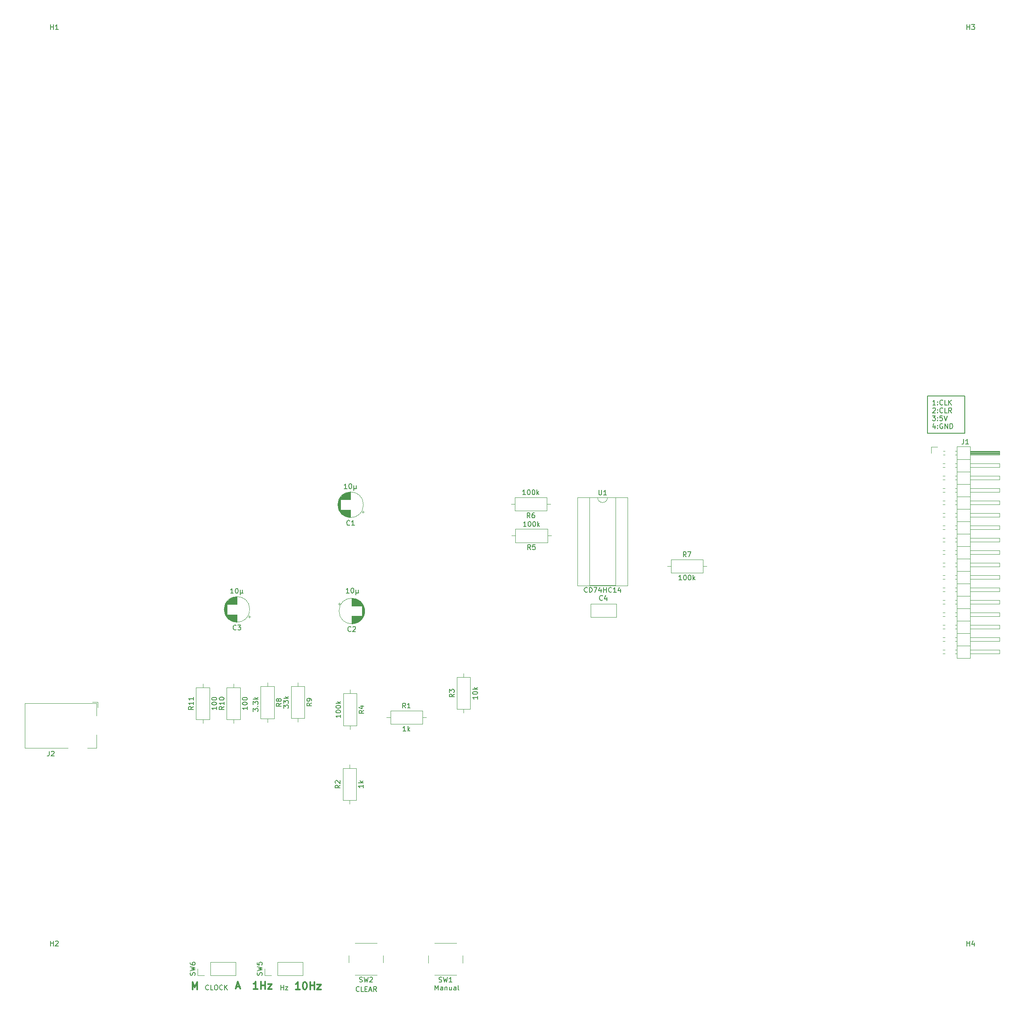
<source format=gbr>
%TF.GenerationSoftware,KiCad,Pcbnew,7.0.7*%
%TF.CreationDate,2023-10-25T17:14:34+09:00*%
%TF.ProjectId,clock_clear,636c6f63-6b5f-4636-9c65-61722e6b6963,rev?*%
%TF.SameCoordinates,Original*%
%TF.FileFunction,Legend,Top*%
%TF.FilePolarity,Positive*%
%FSLAX46Y46*%
G04 Gerber Fmt 4.6, Leading zero omitted, Abs format (unit mm)*
G04 Created by KiCad (PCBNEW 7.0.7) date 2023-10-25 17:14:34*
%MOMM*%
%LPD*%
G01*
G04 APERTURE LIST*
%ADD10C,0.300000*%
%ADD11C,0.150000*%
%ADD12C,0.120000*%
G04 APERTURE END LIST*
D10*
X157524825Y-224209828D02*
X156667682Y-224209828D01*
X157096253Y-224209828D02*
X157096253Y-222709828D01*
X157096253Y-222709828D02*
X156953396Y-222924114D01*
X156953396Y-222924114D02*
X156810539Y-223066971D01*
X156810539Y-223066971D02*
X156667682Y-223138400D01*
X158453396Y-222709828D02*
X158596253Y-222709828D01*
X158596253Y-222709828D02*
X158739110Y-222781257D01*
X158739110Y-222781257D02*
X158810539Y-222852685D01*
X158810539Y-222852685D02*
X158881967Y-222995542D01*
X158881967Y-222995542D02*
X158953396Y-223281257D01*
X158953396Y-223281257D02*
X158953396Y-223638400D01*
X158953396Y-223638400D02*
X158881967Y-223924114D01*
X158881967Y-223924114D02*
X158810539Y-224066971D01*
X158810539Y-224066971D02*
X158739110Y-224138400D01*
X158739110Y-224138400D02*
X158596253Y-224209828D01*
X158596253Y-224209828D02*
X158453396Y-224209828D01*
X158453396Y-224209828D02*
X158310539Y-224138400D01*
X158310539Y-224138400D02*
X158239110Y-224066971D01*
X158239110Y-224066971D02*
X158167681Y-223924114D01*
X158167681Y-223924114D02*
X158096253Y-223638400D01*
X158096253Y-223638400D02*
X158096253Y-223281257D01*
X158096253Y-223281257D02*
X158167681Y-222995542D01*
X158167681Y-222995542D02*
X158239110Y-222852685D01*
X158239110Y-222852685D02*
X158310539Y-222781257D01*
X158310539Y-222781257D02*
X158453396Y-222709828D01*
X159596252Y-224209828D02*
X159596252Y-222709828D01*
X159596252Y-223424114D02*
X160453395Y-223424114D01*
X160453395Y-224209828D02*
X160453395Y-222709828D01*
X161024824Y-223209828D02*
X161810539Y-223209828D01*
X161810539Y-223209828D02*
X161024824Y-224209828D01*
X161024824Y-224209828D02*
X161810539Y-224209828D01*
X148914225Y-224159028D02*
X148057082Y-224159028D01*
X148485653Y-224159028D02*
X148485653Y-222659028D01*
X148485653Y-222659028D02*
X148342796Y-222873314D01*
X148342796Y-222873314D02*
X148199939Y-223016171D01*
X148199939Y-223016171D02*
X148057082Y-223087600D01*
X149557081Y-224159028D02*
X149557081Y-222659028D01*
X149557081Y-223373314D02*
X150414224Y-223373314D01*
X150414224Y-224159028D02*
X150414224Y-222659028D01*
X150985653Y-223159028D02*
X151771368Y-223159028D01*
X151771368Y-223159028D02*
X150985653Y-224159028D01*
X150985653Y-224159028D02*
X151771368Y-224159028D01*
X135555510Y-224209828D02*
X135555510Y-222709828D01*
X135555510Y-222709828D02*
X136055510Y-223781257D01*
X136055510Y-223781257D02*
X136555510Y-222709828D01*
X136555510Y-222709828D02*
X136555510Y-224209828D01*
X144501082Y-223679657D02*
X145215368Y-223679657D01*
X144358225Y-224108228D02*
X144858225Y-222608228D01*
X144858225Y-222608228D02*
X145358225Y-224108228D01*
D11*
X287435588Y-104734819D02*
X286864160Y-104734819D01*
X287149874Y-104734819D02*
X287149874Y-103734819D01*
X287149874Y-103734819D02*
X287054636Y-103877676D01*
X287054636Y-103877676D02*
X286959398Y-103972914D01*
X286959398Y-103972914D02*
X286864160Y-104020533D01*
X287864160Y-104639580D02*
X287911779Y-104687200D01*
X287911779Y-104687200D02*
X287864160Y-104734819D01*
X287864160Y-104734819D02*
X287816541Y-104687200D01*
X287816541Y-104687200D02*
X287864160Y-104639580D01*
X287864160Y-104639580D02*
X287864160Y-104734819D01*
X287864160Y-104115771D02*
X287911779Y-104163390D01*
X287911779Y-104163390D02*
X287864160Y-104211009D01*
X287864160Y-104211009D02*
X287816541Y-104163390D01*
X287816541Y-104163390D02*
X287864160Y-104115771D01*
X287864160Y-104115771D02*
X287864160Y-104211009D01*
X288911778Y-104639580D02*
X288864159Y-104687200D01*
X288864159Y-104687200D02*
X288721302Y-104734819D01*
X288721302Y-104734819D02*
X288626064Y-104734819D01*
X288626064Y-104734819D02*
X288483207Y-104687200D01*
X288483207Y-104687200D02*
X288387969Y-104591961D01*
X288387969Y-104591961D02*
X288340350Y-104496723D01*
X288340350Y-104496723D02*
X288292731Y-104306247D01*
X288292731Y-104306247D02*
X288292731Y-104163390D01*
X288292731Y-104163390D02*
X288340350Y-103972914D01*
X288340350Y-103972914D02*
X288387969Y-103877676D01*
X288387969Y-103877676D02*
X288483207Y-103782438D01*
X288483207Y-103782438D02*
X288626064Y-103734819D01*
X288626064Y-103734819D02*
X288721302Y-103734819D01*
X288721302Y-103734819D02*
X288864159Y-103782438D01*
X288864159Y-103782438D02*
X288911778Y-103830057D01*
X289816540Y-104734819D02*
X289340350Y-104734819D01*
X289340350Y-104734819D02*
X289340350Y-103734819D01*
X290149874Y-104734819D02*
X290149874Y-103734819D01*
X290721302Y-104734819D02*
X290292731Y-104163390D01*
X290721302Y-103734819D02*
X290149874Y-104306247D01*
X286864160Y-105440057D02*
X286911779Y-105392438D01*
X286911779Y-105392438D02*
X287007017Y-105344819D01*
X287007017Y-105344819D02*
X287245112Y-105344819D01*
X287245112Y-105344819D02*
X287340350Y-105392438D01*
X287340350Y-105392438D02*
X287387969Y-105440057D01*
X287387969Y-105440057D02*
X287435588Y-105535295D01*
X287435588Y-105535295D02*
X287435588Y-105630533D01*
X287435588Y-105630533D02*
X287387969Y-105773390D01*
X287387969Y-105773390D02*
X286816541Y-106344819D01*
X286816541Y-106344819D02*
X287435588Y-106344819D01*
X287864160Y-106249580D02*
X287911779Y-106297200D01*
X287911779Y-106297200D02*
X287864160Y-106344819D01*
X287864160Y-106344819D02*
X287816541Y-106297200D01*
X287816541Y-106297200D02*
X287864160Y-106249580D01*
X287864160Y-106249580D02*
X287864160Y-106344819D01*
X287864160Y-105725771D02*
X287911779Y-105773390D01*
X287911779Y-105773390D02*
X287864160Y-105821009D01*
X287864160Y-105821009D02*
X287816541Y-105773390D01*
X287816541Y-105773390D02*
X287864160Y-105725771D01*
X287864160Y-105725771D02*
X287864160Y-105821009D01*
X288911778Y-106249580D02*
X288864159Y-106297200D01*
X288864159Y-106297200D02*
X288721302Y-106344819D01*
X288721302Y-106344819D02*
X288626064Y-106344819D01*
X288626064Y-106344819D02*
X288483207Y-106297200D01*
X288483207Y-106297200D02*
X288387969Y-106201961D01*
X288387969Y-106201961D02*
X288340350Y-106106723D01*
X288340350Y-106106723D02*
X288292731Y-105916247D01*
X288292731Y-105916247D02*
X288292731Y-105773390D01*
X288292731Y-105773390D02*
X288340350Y-105582914D01*
X288340350Y-105582914D02*
X288387969Y-105487676D01*
X288387969Y-105487676D02*
X288483207Y-105392438D01*
X288483207Y-105392438D02*
X288626064Y-105344819D01*
X288626064Y-105344819D02*
X288721302Y-105344819D01*
X288721302Y-105344819D02*
X288864159Y-105392438D01*
X288864159Y-105392438D02*
X288911778Y-105440057D01*
X289816540Y-106344819D02*
X289340350Y-106344819D01*
X289340350Y-106344819D02*
X289340350Y-105344819D01*
X290721302Y-106344819D02*
X290387969Y-105868628D01*
X290149874Y-106344819D02*
X290149874Y-105344819D01*
X290149874Y-105344819D02*
X290530826Y-105344819D01*
X290530826Y-105344819D02*
X290626064Y-105392438D01*
X290626064Y-105392438D02*
X290673683Y-105440057D01*
X290673683Y-105440057D02*
X290721302Y-105535295D01*
X290721302Y-105535295D02*
X290721302Y-105678152D01*
X290721302Y-105678152D02*
X290673683Y-105773390D01*
X290673683Y-105773390D02*
X290626064Y-105821009D01*
X290626064Y-105821009D02*
X290530826Y-105868628D01*
X290530826Y-105868628D02*
X290149874Y-105868628D01*
X286816541Y-106954819D02*
X287435588Y-106954819D01*
X287435588Y-106954819D02*
X287102255Y-107335771D01*
X287102255Y-107335771D02*
X287245112Y-107335771D01*
X287245112Y-107335771D02*
X287340350Y-107383390D01*
X287340350Y-107383390D02*
X287387969Y-107431009D01*
X287387969Y-107431009D02*
X287435588Y-107526247D01*
X287435588Y-107526247D02*
X287435588Y-107764342D01*
X287435588Y-107764342D02*
X287387969Y-107859580D01*
X287387969Y-107859580D02*
X287340350Y-107907200D01*
X287340350Y-107907200D02*
X287245112Y-107954819D01*
X287245112Y-107954819D02*
X286959398Y-107954819D01*
X286959398Y-107954819D02*
X286864160Y-107907200D01*
X286864160Y-107907200D02*
X286816541Y-107859580D01*
X287864160Y-107859580D02*
X287911779Y-107907200D01*
X287911779Y-107907200D02*
X287864160Y-107954819D01*
X287864160Y-107954819D02*
X287816541Y-107907200D01*
X287816541Y-107907200D02*
X287864160Y-107859580D01*
X287864160Y-107859580D02*
X287864160Y-107954819D01*
X287864160Y-107335771D02*
X287911779Y-107383390D01*
X287911779Y-107383390D02*
X287864160Y-107431009D01*
X287864160Y-107431009D02*
X287816541Y-107383390D01*
X287816541Y-107383390D02*
X287864160Y-107335771D01*
X287864160Y-107335771D02*
X287864160Y-107431009D01*
X288816540Y-106954819D02*
X288340350Y-106954819D01*
X288340350Y-106954819D02*
X288292731Y-107431009D01*
X288292731Y-107431009D02*
X288340350Y-107383390D01*
X288340350Y-107383390D02*
X288435588Y-107335771D01*
X288435588Y-107335771D02*
X288673683Y-107335771D01*
X288673683Y-107335771D02*
X288768921Y-107383390D01*
X288768921Y-107383390D02*
X288816540Y-107431009D01*
X288816540Y-107431009D02*
X288864159Y-107526247D01*
X288864159Y-107526247D02*
X288864159Y-107764342D01*
X288864159Y-107764342D02*
X288816540Y-107859580D01*
X288816540Y-107859580D02*
X288768921Y-107907200D01*
X288768921Y-107907200D02*
X288673683Y-107954819D01*
X288673683Y-107954819D02*
X288435588Y-107954819D01*
X288435588Y-107954819D02*
X288340350Y-107907200D01*
X288340350Y-107907200D02*
X288292731Y-107859580D01*
X289149874Y-106954819D02*
X289483207Y-107954819D01*
X289483207Y-107954819D02*
X289816540Y-106954819D01*
X287340350Y-108898152D02*
X287340350Y-109564819D01*
X287102255Y-108517200D02*
X286864160Y-109231485D01*
X286864160Y-109231485D02*
X287483207Y-109231485D01*
X287864160Y-109469580D02*
X287911779Y-109517200D01*
X287911779Y-109517200D02*
X287864160Y-109564819D01*
X287864160Y-109564819D02*
X287816541Y-109517200D01*
X287816541Y-109517200D02*
X287864160Y-109469580D01*
X287864160Y-109469580D02*
X287864160Y-109564819D01*
X287864160Y-108945771D02*
X287911779Y-108993390D01*
X287911779Y-108993390D02*
X287864160Y-109041009D01*
X287864160Y-109041009D02*
X287816541Y-108993390D01*
X287816541Y-108993390D02*
X287864160Y-108945771D01*
X287864160Y-108945771D02*
X287864160Y-109041009D01*
X288864159Y-108612438D02*
X288768921Y-108564819D01*
X288768921Y-108564819D02*
X288626064Y-108564819D01*
X288626064Y-108564819D02*
X288483207Y-108612438D01*
X288483207Y-108612438D02*
X288387969Y-108707676D01*
X288387969Y-108707676D02*
X288340350Y-108802914D01*
X288340350Y-108802914D02*
X288292731Y-108993390D01*
X288292731Y-108993390D02*
X288292731Y-109136247D01*
X288292731Y-109136247D02*
X288340350Y-109326723D01*
X288340350Y-109326723D02*
X288387969Y-109421961D01*
X288387969Y-109421961D02*
X288483207Y-109517200D01*
X288483207Y-109517200D02*
X288626064Y-109564819D01*
X288626064Y-109564819D02*
X288721302Y-109564819D01*
X288721302Y-109564819D02*
X288864159Y-109517200D01*
X288864159Y-109517200D02*
X288911778Y-109469580D01*
X288911778Y-109469580D02*
X288911778Y-109136247D01*
X288911778Y-109136247D02*
X288721302Y-109136247D01*
X289340350Y-109564819D02*
X289340350Y-108564819D01*
X289340350Y-108564819D02*
X289911778Y-109564819D01*
X289911778Y-109564819D02*
X289911778Y-108564819D01*
X290387969Y-109564819D02*
X290387969Y-108564819D01*
X290387969Y-108564819D02*
X290626064Y-108564819D01*
X290626064Y-108564819D02*
X290768921Y-108612438D01*
X290768921Y-108612438D02*
X290864159Y-108707676D01*
X290864159Y-108707676D02*
X290911778Y-108802914D01*
X290911778Y-108802914D02*
X290959397Y-108993390D01*
X290959397Y-108993390D02*
X290959397Y-109136247D01*
X290959397Y-109136247D02*
X290911778Y-109326723D01*
X290911778Y-109326723D02*
X290864159Y-109421961D01*
X290864159Y-109421961D02*
X290768921Y-109517200D01*
X290768921Y-109517200D02*
X290626064Y-109564819D01*
X290626064Y-109564819D02*
X290387969Y-109564819D01*
X285750000Y-102870000D02*
X293370000Y-102870000D01*
X293370000Y-110490000D01*
X285750000Y-110490000D01*
X285750000Y-102870000D01*
X106553095Y-28004819D02*
X106553095Y-27004819D01*
X106553095Y-27481009D02*
X107124523Y-27481009D01*
X107124523Y-28004819D02*
X107124523Y-27004819D01*
X108124523Y-28004819D02*
X107553095Y-28004819D01*
X107838809Y-28004819D02*
X107838809Y-27004819D01*
X107838809Y-27004819D02*
X107743571Y-27147676D01*
X107743571Y-27147676D02*
X107648333Y-27242914D01*
X107648333Y-27242914D02*
X107553095Y-27290533D01*
X167707833Y-129255380D02*
X167660214Y-129303000D01*
X167660214Y-129303000D02*
X167517357Y-129350619D01*
X167517357Y-129350619D02*
X167422119Y-129350619D01*
X167422119Y-129350619D02*
X167279262Y-129303000D01*
X167279262Y-129303000D02*
X167184024Y-129207761D01*
X167184024Y-129207761D02*
X167136405Y-129112523D01*
X167136405Y-129112523D02*
X167088786Y-128922047D01*
X167088786Y-128922047D02*
X167088786Y-128779190D01*
X167088786Y-128779190D02*
X167136405Y-128588714D01*
X167136405Y-128588714D02*
X167184024Y-128493476D01*
X167184024Y-128493476D02*
X167279262Y-128398238D01*
X167279262Y-128398238D02*
X167422119Y-128350619D01*
X167422119Y-128350619D02*
X167517357Y-128350619D01*
X167517357Y-128350619D02*
X167660214Y-128398238D01*
X167660214Y-128398238D02*
X167707833Y-128445857D01*
X168660214Y-129350619D02*
X168088786Y-129350619D01*
X168374500Y-129350619D02*
X168374500Y-128350619D01*
X168374500Y-128350619D02*
X168279262Y-128493476D01*
X168279262Y-128493476D02*
X168184024Y-128588714D01*
X168184024Y-128588714D02*
X168088786Y-128636333D01*
X167160214Y-121850619D02*
X166588786Y-121850619D01*
X166874500Y-121850619D02*
X166874500Y-120850619D01*
X166874500Y-120850619D02*
X166779262Y-120993476D01*
X166779262Y-120993476D02*
X166684024Y-121088714D01*
X166684024Y-121088714D02*
X166588786Y-121136333D01*
X167779262Y-120850619D02*
X167874500Y-120850619D01*
X167874500Y-120850619D02*
X167969738Y-120898238D01*
X167969738Y-120898238D02*
X168017357Y-120945857D01*
X168017357Y-120945857D02*
X168064976Y-121041095D01*
X168064976Y-121041095D02*
X168112595Y-121231571D01*
X168112595Y-121231571D02*
X168112595Y-121469666D01*
X168112595Y-121469666D02*
X168064976Y-121660142D01*
X168064976Y-121660142D02*
X168017357Y-121755380D01*
X168017357Y-121755380D02*
X167969738Y-121803000D01*
X167969738Y-121803000D02*
X167874500Y-121850619D01*
X167874500Y-121850619D02*
X167779262Y-121850619D01*
X167779262Y-121850619D02*
X167684024Y-121803000D01*
X167684024Y-121803000D02*
X167636405Y-121755380D01*
X167636405Y-121755380D02*
X167588786Y-121660142D01*
X167588786Y-121660142D02*
X167541167Y-121469666D01*
X167541167Y-121469666D02*
X167541167Y-121231571D01*
X167541167Y-121231571D02*
X167588786Y-121041095D01*
X167588786Y-121041095D02*
X167636405Y-120945857D01*
X167636405Y-120945857D02*
X167684024Y-120898238D01*
X167684024Y-120898238D02*
X167779262Y-120850619D01*
X168541167Y-121183952D02*
X168541167Y-122183952D01*
X169017357Y-121707761D02*
X169064976Y-121803000D01*
X169064976Y-121803000D02*
X169160214Y-121850619D01*
X168541167Y-121707761D02*
X168588786Y-121803000D01*
X168588786Y-121803000D02*
X168684024Y-121850619D01*
X168684024Y-121850619D02*
X168874500Y-121850619D01*
X168874500Y-121850619D02*
X168969738Y-121803000D01*
X168969738Y-121803000D02*
X169017357Y-121707761D01*
X169017357Y-121707761D02*
X169017357Y-121183952D01*
X204552733Y-127823219D02*
X204219400Y-127347028D01*
X203981305Y-127823219D02*
X203981305Y-126823219D01*
X203981305Y-126823219D02*
X204362257Y-126823219D01*
X204362257Y-126823219D02*
X204457495Y-126870838D01*
X204457495Y-126870838D02*
X204505114Y-126918457D01*
X204505114Y-126918457D02*
X204552733Y-127013695D01*
X204552733Y-127013695D02*
X204552733Y-127156552D01*
X204552733Y-127156552D02*
X204505114Y-127251790D01*
X204505114Y-127251790D02*
X204457495Y-127299409D01*
X204457495Y-127299409D02*
X204362257Y-127347028D01*
X204362257Y-127347028D02*
X203981305Y-127347028D01*
X205409876Y-126823219D02*
X205219400Y-126823219D01*
X205219400Y-126823219D02*
X205124162Y-126870838D01*
X205124162Y-126870838D02*
X205076543Y-126918457D01*
X205076543Y-126918457D02*
X204981305Y-127061314D01*
X204981305Y-127061314D02*
X204933686Y-127251790D01*
X204933686Y-127251790D02*
X204933686Y-127632742D01*
X204933686Y-127632742D02*
X204981305Y-127727980D01*
X204981305Y-127727980D02*
X205028924Y-127775600D01*
X205028924Y-127775600D02*
X205124162Y-127823219D01*
X205124162Y-127823219D02*
X205314638Y-127823219D01*
X205314638Y-127823219D02*
X205409876Y-127775600D01*
X205409876Y-127775600D02*
X205457495Y-127727980D01*
X205457495Y-127727980D02*
X205505114Y-127632742D01*
X205505114Y-127632742D02*
X205505114Y-127394647D01*
X205505114Y-127394647D02*
X205457495Y-127299409D01*
X205457495Y-127299409D02*
X205409876Y-127251790D01*
X205409876Y-127251790D02*
X205314638Y-127204171D01*
X205314638Y-127204171D02*
X205124162Y-127204171D01*
X205124162Y-127204171D02*
X205028924Y-127251790D01*
X205028924Y-127251790D02*
X204981305Y-127299409D01*
X204981305Y-127299409D02*
X204933686Y-127394647D01*
X203647971Y-123083219D02*
X203076543Y-123083219D01*
X203362257Y-123083219D02*
X203362257Y-122083219D01*
X203362257Y-122083219D02*
X203267019Y-122226076D01*
X203267019Y-122226076D02*
X203171781Y-122321314D01*
X203171781Y-122321314D02*
X203076543Y-122368933D01*
X204267019Y-122083219D02*
X204362257Y-122083219D01*
X204362257Y-122083219D02*
X204457495Y-122130838D01*
X204457495Y-122130838D02*
X204505114Y-122178457D01*
X204505114Y-122178457D02*
X204552733Y-122273695D01*
X204552733Y-122273695D02*
X204600352Y-122464171D01*
X204600352Y-122464171D02*
X204600352Y-122702266D01*
X204600352Y-122702266D02*
X204552733Y-122892742D01*
X204552733Y-122892742D02*
X204505114Y-122987980D01*
X204505114Y-122987980D02*
X204457495Y-123035600D01*
X204457495Y-123035600D02*
X204362257Y-123083219D01*
X204362257Y-123083219D02*
X204267019Y-123083219D01*
X204267019Y-123083219D02*
X204171781Y-123035600D01*
X204171781Y-123035600D02*
X204124162Y-122987980D01*
X204124162Y-122987980D02*
X204076543Y-122892742D01*
X204076543Y-122892742D02*
X204028924Y-122702266D01*
X204028924Y-122702266D02*
X204028924Y-122464171D01*
X204028924Y-122464171D02*
X204076543Y-122273695D01*
X204076543Y-122273695D02*
X204124162Y-122178457D01*
X204124162Y-122178457D02*
X204171781Y-122130838D01*
X204171781Y-122130838D02*
X204267019Y-122083219D01*
X205219400Y-122083219D02*
X205314638Y-122083219D01*
X205314638Y-122083219D02*
X205409876Y-122130838D01*
X205409876Y-122130838D02*
X205457495Y-122178457D01*
X205457495Y-122178457D02*
X205505114Y-122273695D01*
X205505114Y-122273695D02*
X205552733Y-122464171D01*
X205552733Y-122464171D02*
X205552733Y-122702266D01*
X205552733Y-122702266D02*
X205505114Y-122892742D01*
X205505114Y-122892742D02*
X205457495Y-122987980D01*
X205457495Y-122987980D02*
X205409876Y-123035600D01*
X205409876Y-123035600D02*
X205314638Y-123083219D01*
X205314638Y-123083219D02*
X205219400Y-123083219D01*
X205219400Y-123083219D02*
X205124162Y-123035600D01*
X205124162Y-123035600D02*
X205076543Y-122987980D01*
X205076543Y-122987980D02*
X205028924Y-122892742D01*
X205028924Y-122892742D02*
X204981305Y-122702266D01*
X204981305Y-122702266D02*
X204981305Y-122464171D01*
X204981305Y-122464171D02*
X205028924Y-122273695D01*
X205028924Y-122273695D02*
X205076543Y-122178457D01*
X205076543Y-122178457D02*
X205124162Y-122130838D01*
X205124162Y-122130838D02*
X205219400Y-122083219D01*
X205981305Y-123083219D02*
X205981305Y-122083219D01*
X206076543Y-122702266D02*
X206362257Y-123083219D01*
X206362257Y-122416552D02*
X205981305Y-122797504D01*
X135752819Y-166403257D02*
X135276628Y-166736590D01*
X135752819Y-166974685D02*
X134752819Y-166974685D01*
X134752819Y-166974685D02*
X134752819Y-166593733D01*
X134752819Y-166593733D02*
X134800438Y-166498495D01*
X134800438Y-166498495D02*
X134848057Y-166450876D01*
X134848057Y-166450876D02*
X134943295Y-166403257D01*
X134943295Y-166403257D02*
X135086152Y-166403257D01*
X135086152Y-166403257D02*
X135181390Y-166450876D01*
X135181390Y-166450876D02*
X135229009Y-166498495D01*
X135229009Y-166498495D02*
X135276628Y-166593733D01*
X135276628Y-166593733D02*
X135276628Y-166974685D01*
X135752819Y-165450876D02*
X135752819Y-166022304D01*
X135752819Y-165736590D02*
X134752819Y-165736590D01*
X134752819Y-165736590D02*
X134895676Y-165831828D01*
X134895676Y-165831828D02*
X134990914Y-165927066D01*
X134990914Y-165927066D02*
X135038533Y-166022304D01*
X135752819Y-164498495D02*
X135752819Y-165069923D01*
X135752819Y-164784209D02*
X134752819Y-164784209D01*
X134752819Y-164784209D02*
X134895676Y-164879447D01*
X134895676Y-164879447D02*
X134990914Y-164974685D01*
X134990914Y-164974685D02*
X135038533Y-165069923D01*
X140492819Y-166427066D02*
X140492819Y-166998494D01*
X140492819Y-166712780D02*
X139492819Y-166712780D01*
X139492819Y-166712780D02*
X139635676Y-166808018D01*
X139635676Y-166808018D02*
X139730914Y-166903256D01*
X139730914Y-166903256D02*
X139778533Y-166998494D01*
X139492819Y-165808018D02*
X139492819Y-165712780D01*
X139492819Y-165712780D02*
X139540438Y-165617542D01*
X139540438Y-165617542D02*
X139588057Y-165569923D01*
X139588057Y-165569923D02*
X139683295Y-165522304D01*
X139683295Y-165522304D02*
X139873771Y-165474685D01*
X139873771Y-165474685D02*
X140111866Y-165474685D01*
X140111866Y-165474685D02*
X140302342Y-165522304D01*
X140302342Y-165522304D02*
X140397580Y-165569923D01*
X140397580Y-165569923D02*
X140445200Y-165617542D01*
X140445200Y-165617542D02*
X140492819Y-165712780D01*
X140492819Y-165712780D02*
X140492819Y-165808018D01*
X140492819Y-165808018D02*
X140445200Y-165903256D01*
X140445200Y-165903256D02*
X140397580Y-165950875D01*
X140397580Y-165950875D02*
X140302342Y-165998494D01*
X140302342Y-165998494D02*
X140111866Y-166046113D01*
X140111866Y-166046113D02*
X139873771Y-166046113D01*
X139873771Y-166046113D02*
X139683295Y-165998494D01*
X139683295Y-165998494D02*
X139588057Y-165950875D01*
X139588057Y-165950875D02*
X139540438Y-165903256D01*
X139540438Y-165903256D02*
X139492819Y-165808018D01*
X139492819Y-164855637D02*
X139492819Y-164760399D01*
X139492819Y-164760399D02*
X139540438Y-164665161D01*
X139540438Y-164665161D02*
X139588057Y-164617542D01*
X139588057Y-164617542D02*
X139683295Y-164569923D01*
X139683295Y-164569923D02*
X139873771Y-164522304D01*
X139873771Y-164522304D02*
X140111866Y-164522304D01*
X140111866Y-164522304D02*
X140302342Y-164569923D01*
X140302342Y-164569923D02*
X140397580Y-164617542D01*
X140397580Y-164617542D02*
X140445200Y-164665161D01*
X140445200Y-164665161D02*
X140492819Y-164760399D01*
X140492819Y-164760399D02*
X140492819Y-164855637D01*
X140492819Y-164855637D02*
X140445200Y-164950875D01*
X140445200Y-164950875D02*
X140397580Y-164998494D01*
X140397580Y-164998494D02*
X140302342Y-165046113D01*
X140302342Y-165046113D02*
X140111866Y-165093732D01*
X140111866Y-165093732D02*
X139873771Y-165093732D01*
X139873771Y-165093732D02*
X139683295Y-165046113D01*
X139683295Y-165046113D02*
X139588057Y-164998494D01*
X139588057Y-164998494D02*
X139540438Y-164950875D01*
X139540438Y-164950875D02*
X139492819Y-164855637D01*
X236455133Y-135783219D02*
X236121800Y-135307028D01*
X235883705Y-135783219D02*
X235883705Y-134783219D01*
X235883705Y-134783219D02*
X236264657Y-134783219D01*
X236264657Y-134783219D02*
X236359895Y-134830838D01*
X236359895Y-134830838D02*
X236407514Y-134878457D01*
X236407514Y-134878457D02*
X236455133Y-134973695D01*
X236455133Y-134973695D02*
X236455133Y-135116552D01*
X236455133Y-135116552D02*
X236407514Y-135211790D01*
X236407514Y-135211790D02*
X236359895Y-135259409D01*
X236359895Y-135259409D02*
X236264657Y-135307028D01*
X236264657Y-135307028D02*
X235883705Y-135307028D01*
X236788467Y-134783219D02*
X237455133Y-134783219D01*
X237455133Y-134783219D02*
X237026562Y-135783219D01*
X235550371Y-140523219D02*
X234978943Y-140523219D01*
X235264657Y-140523219D02*
X235264657Y-139523219D01*
X235264657Y-139523219D02*
X235169419Y-139666076D01*
X235169419Y-139666076D02*
X235074181Y-139761314D01*
X235074181Y-139761314D02*
X234978943Y-139808933D01*
X236169419Y-139523219D02*
X236264657Y-139523219D01*
X236264657Y-139523219D02*
X236359895Y-139570838D01*
X236359895Y-139570838D02*
X236407514Y-139618457D01*
X236407514Y-139618457D02*
X236455133Y-139713695D01*
X236455133Y-139713695D02*
X236502752Y-139904171D01*
X236502752Y-139904171D02*
X236502752Y-140142266D01*
X236502752Y-140142266D02*
X236455133Y-140332742D01*
X236455133Y-140332742D02*
X236407514Y-140427980D01*
X236407514Y-140427980D02*
X236359895Y-140475600D01*
X236359895Y-140475600D02*
X236264657Y-140523219D01*
X236264657Y-140523219D02*
X236169419Y-140523219D01*
X236169419Y-140523219D02*
X236074181Y-140475600D01*
X236074181Y-140475600D02*
X236026562Y-140427980D01*
X236026562Y-140427980D02*
X235978943Y-140332742D01*
X235978943Y-140332742D02*
X235931324Y-140142266D01*
X235931324Y-140142266D02*
X235931324Y-139904171D01*
X235931324Y-139904171D02*
X235978943Y-139713695D01*
X235978943Y-139713695D02*
X236026562Y-139618457D01*
X236026562Y-139618457D02*
X236074181Y-139570838D01*
X236074181Y-139570838D02*
X236169419Y-139523219D01*
X237121800Y-139523219D02*
X237217038Y-139523219D01*
X237217038Y-139523219D02*
X237312276Y-139570838D01*
X237312276Y-139570838D02*
X237359895Y-139618457D01*
X237359895Y-139618457D02*
X237407514Y-139713695D01*
X237407514Y-139713695D02*
X237455133Y-139904171D01*
X237455133Y-139904171D02*
X237455133Y-140142266D01*
X237455133Y-140142266D02*
X237407514Y-140332742D01*
X237407514Y-140332742D02*
X237359895Y-140427980D01*
X237359895Y-140427980D02*
X237312276Y-140475600D01*
X237312276Y-140475600D02*
X237217038Y-140523219D01*
X237217038Y-140523219D02*
X237121800Y-140523219D01*
X237121800Y-140523219D02*
X237026562Y-140475600D01*
X237026562Y-140475600D02*
X236978943Y-140427980D01*
X236978943Y-140427980D02*
X236931324Y-140332742D01*
X236931324Y-140332742D02*
X236883705Y-140142266D01*
X236883705Y-140142266D02*
X236883705Y-139904171D01*
X236883705Y-139904171D02*
X236931324Y-139713695D01*
X236931324Y-139713695D02*
X236978943Y-139618457D01*
X236978943Y-139618457D02*
X237026562Y-139570838D01*
X237026562Y-139570838D02*
X237121800Y-139523219D01*
X237883705Y-140523219D02*
X237883705Y-139523219D01*
X237978943Y-140142266D02*
X238264657Y-140523219D01*
X238264657Y-139856552D02*
X237883705Y-140237504D01*
X144476933Y-150642180D02*
X144429314Y-150689800D01*
X144429314Y-150689800D02*
X144286457Y-150737419D01*
X144286457Y-150737419D02*
X144191219Y-150737419D01*
X144191219Y-150737419D02*
X144048362Y-150689800D01*
X144048362Y-150689800D02*
X143953124Y-150594561D01*
X143953124Y-150594561D02*
X143905505Y-150499323D01*
X143905505Y-150499323D02*
X143857886Y-150308847D01*
X143857886Y-150308847D02*
X143857886Y-150165990D01*
X143857886Y-150165990D02*
X143905505Y-149975514D01*
X143905505Y-149975514D02*
X143953124Y-149880276D01*
X143953124Y-149880276D02*
X144048362Y-149785038D01*
X144048362Y-149785038D02*
X144191219Y-149737419D01*
X144191219Y-149737419D02*
X144286457Y-149737419D01*
X144286457Y-149737419D02*
X144429314Y-149785038D01*
X144429314Y-149785038D02*
X144476933Y-149832657D01*
X144810267Y-149737419D02*
X145429314Y-149737419D01*
X145429314Y-149737419D02*
X145095981Y-150118371D01*
X145095981Y-150118371D02*
X145238838Y-150118371D01*
X145238838Y-150118371D02*
X145334076Y-150165990D01*
X145334076Y-150165990D02*
X145381695Y-150213609D01*
X145381695Y-150213609D02*
X145429314Y-150308847D01*
X145429314Y-150308847D02*
X145429314Y-150546942D01*
X145429314Y-150546942D02*
X145381695Y-150642180D01*
X145381695Y-150642180D02*
X145334076Y-150689800D01*
X145334076Y-150689800D02*
X145238838Y-150737419D01*
X145238838Y-150737419D02*
X144953124Y-150737419D01*
X144953124Y-150737419D02*
X144857886Y-150689800D01*
X144857886Y-150689800D02*
X144810267Y-150642180D01*
X143929314Y-143237419D02*
X143357886Y-143237419D01*
X143643600Y-143237419D02*
X143643600Y-142237419D01*
X143643600Y-142237419D02*
X143548362Y-142380276D01*
X143548362Y-142380276D02*
X143453124Y-142475514D01*
X143453124Y-142475514D02*
X143357886Y-142523133D01*
X144548362Y-142237419D02*
X144643600Y-142237419D01*
X144643600Y-142237419D02*
X144738838Y-142285038D01*
X144738838Y-142285038D02*
X144786457Y-142332657D01*
X144786457Y-142332657D02*
X144834076Y-142427895D01*
X144834076Y-142427895D02*
X144881695Y-142618371D01*
X144881695Y-142618371D02*
X144881695Y-142856466D01*
X144881695Y-142856466D02*
X144834076Y-143046942D01*
X144834076Y-143046942D02*
X144786457Y-143142180D01*
X144786457Y-143142180D02*
X144738838Y-143189800D01*
X144738838Y-143189800D02*
X144643600Y-143237419D01*
X144643600Y-143237419D02*
X144548362Y-143237419D01*
X144548362Y-143237419D02*
X144453124Y-143189800D01*
X144453124Y-143189800D02*
X144405505Y-143142180D01*
X144405505Y-143142180D02*
X144357886Y-143046942D01*
X144357886Y-143046942D02*
X144310267Y-142856466D01*
X144310267Y-142856466D02*
X144310267Y-142618371D01*
X144310267Y-142618371D02*
X144357886Y-142427895D01*
X144357886Y-142427895D02*
X144405505Y-142332657D01*
X144405505Y-142332657D02*
X144453124Y-142285038D01*
X144453124Y-142285038D02*
X144548362Y-142237419D01*
X145310267Y-142570752D02*
X145310267Y-143570752D01*
X145786457Y-143094561D02*
X145834076Y-143189800D01*
X145834076Y-143189800D02*
X145929314Y-143237419D01*
X145310267Y-143094561D02*
X145357886Y-143189800D01*
X145357886Y-143189800D02*
X145453124Y-143237419D01*
X145453124Y-143237419D02*
X145643600Y-143237419D01*
X145643600Y-143237419D02*
X145738838Y-143189800D01*
X145738838Y-143189800D02*
X145786457Y-143094561D01*
X145786457Y-143094561D02*
X145786457Y-142570752D01*
X142026619Y-166403257D02*
X141550428Y-166736590D01*
X142026619Y-166974685D02*
X141026619Y-166974685D01*
X141026619Y-166974685D02*
X141026619Y-166593733D01*
X141026619Y-166593733D02*
X141074238Y-166498495D01*
X141074238Y-166498495D02*
X141121857Y-166450876D01*
X141121857Y-166450876D02*
X141217095Y-166403257D01*
X141217095Y-166403257D02*
X141359952Y-166403257D01*
X141359952Y-166403257D02*
X141455190Y-166450876D01*
X141455190Y-166450876D02*
X141502809Y-166498495D01*
X141502809Y-166498495D02*
X141550428Y-166593733D01*
X141550428Y-166593733D02*
X141550428Y-166974685D01*
X142026619Y-165450876D02*
X142026619Y-166022304D01*
X142026619Y-165736590D02*
X141026619Y-165736590D01*
X141026619Y-165736590D02*
X141169476Y-165831828D01*
X141169476Y-165831828D02*
X141264714Y-165927066D01*
X141264714Y-165927066D02*
X141312333Y-166022304D01*
X141026619Y-164831828D02*
X141026619Y-164736590D01*
X141026619Y-164736590D02*
X141074238Y-164641352D01*
X141074238Y-164641352D02*
X141121857Y-164593733D01*
X141121857Y-164593733D02*
X141217095Y-164546114D01*
X141217095Y-164546114D02*
X141407571Y-164498495D01*
X141407571Y-164498495D02*
X141645666Y-164498495D01*
X141645666Y-164498495D02*
X141836142Y-164546114D01*
X141836142Y-164546114D02*
X141931380Y-164593733D01*
X141931380Y-164593733D02*
X141979000Y-164641352D01*
X141979000Y-164641352D02*
X142026619Y-164736590D01*
X142026619Y-164736590D02*
X142026619Y-164831828D01*
X142026619Y-164831828D02*
X141979000Y-164927066D01*
X141979000Y-164927066D02*
X141931380Y-164974685D01*
X141931380Y-164974685D02*
X141836142Y-165022304D01*
X141836142Y-165022304D02*
X141645666Y-165069923D01*
X141645666Y-165069923D02*
X141407571Y-165069923D01*
X141407571Y-165069923D02*
X141217095Y-165022304D01*
X141217095Y-165022304D02*
X141121857Y-164974685D01*
X141121857Y-164974685D02*
X141074238Y-164927066D01*
X141074238Y-164927066D02*
X141026619Y-164831828D01*
X146766619Y-166427066D02*
X146766619Y-166998494D01*
X146766619Y-166712780D02*
X145766619Y-166712780D01*
X145766619Y-166712780D02*
X145909476Y-166808018D01*
X145909476Y-166808018D02*
X146004714Y-166903256D01*
X146004714Y-166903256D02*
X146052333Y-166998494D01*
X145766619Y-165808018D02*
X145766619Y-165712780D01*
X145766619Y-165712780D02*
X145814238Y-165617542D01*
X145814238Y-165617542D02*
X145861857Y-165569923D01*
X145861857Y-165569923D02*
X145957095Y-165522304D01*
X145957095Y-165522304D02*
X146147571Y-165474685D01*
X146147571Y-165474685D02*
X146385666Y-165474685D01*
X146385666Y-165474685D02*
X146576142Y-165522304D01*
X146576142Y-165522304D02*
X146671380Y-165569923D01*
X146671380Y-165569923D02*
X146719000Y-165617542D01*
X146719000Y-165617542D02*
X146766619Y-165712780D01*
X146766619Y-165712780D02*
X146766619Y-165808018D01*
X146766619Y-165808018D02*
X146719000Y-165903256D01*
X146719000Y-165903256D02*
X146671380Y-165950875D01*
X146671380Y-165950875D02*
X146576142Y-165998494D01*
X146576142Y-165998494D02*
X146385666Y-166046113D01*
X146385666Y-166046113D02*
X146147571Y-166046113D01*
X146147571Y-166046113D02*
X145957095Y-165998494D01*
X145957095Y-165998494D02*
X145861857Y-165950875D01*
X145861857Y-165950875D02*
X145814238Y-165903256D01*
X145814238Y-165903256D02*
X145766619Y-165808018D01*
X145766619Y-164855637D02*
X145766619Y-164760399D01*
X145766619Y-164760399D02*
X145814238Y-164665161D01*
X145814238Y-164665161D02*
X145861857Y-164617542D01*
X145861857Y-164617542D02*
X145957095Y-164569923D01*
X145957095Y-164569923D02*
X146147571Y-164522304D01*
X146147571Y-164522304D02*
X146385666Y-164522304D01*
X146385666Y-164522304D02*
X146576142Y-164569923D01*
X146576142Y-164569923D02*
X146671380Y-164617542D01*
X146671380Y-164617542D02*
X146719000Y-164665161D01*
X146719000Y-164665161D02*
X146766619Y-164760399D01*
X146766619Y-164760399D02*
X146766619Y-164855637D01*
X146766619Y-164855637D02*
X146719000Y-164950875D01*
X146719000Y-164950875D02*
X146671380Y-164998494D01*
X146671380Y-164998494D02*
X146576142Y-165046113D01*
X146576142Y-165046113D02*
X146385666Y-165093732D01*
X146385666Y-165093732D02*
X146147571Y-165093732D01*
X146147571Y-165093732D02*
X145957095Y-165046113D01*
X145957095Y-165046113D02*
X145861857Y-164998494D01*
X145861857Y-164998494D02*
X145814238Y-164950875D01*
X145814238Y-164950875D02*
X145766619Y-164855637D01*
X170591819Y-167171666D02*
X170115628Y-167504999D01*
X170591819Y-167743094D02*
X169591819Y-167743094D01*
X169591819Y-167743094D02*
X169591819Y-167362142D01*
X169591819Y-167362142D02*
X169639438Y-167266904D01*
X169639438Y-167266904D02*
X169687057Y-167219285D01*
X169687057Y-167219285D02*
X169782295Y-167171666D01*
X169782295Y-167171666D02*
X169925152Y-167171666D01*
X169925152Y-167171666D02*
X170020390Y-167219285D01*
X170020390Y-167219285D02*
X170068009Y-167266904D01*
X170068009Y-167266904D02*
X170115628Y-167362142D01*
X170115628Y-167362142D02*
X170115628Y-167743094D01*
X169925152Y-166314523D02*
X170591819Y-166314523D01*
X169544200Y-166552618D02*
X170258485Y-166790713D01*
X170258485Y-166790713D02*
X170258485Y-166171666D01*
X165851819Y-168076428D02*
X165851819Y-168647856D01*
X165851819Y-168362142D02*
X164851819Y-168362142D01*
X164851819Y-168362142D02*
X164994676Y-168457380D01*
X164994676Y-168457380D02*
X165089914Y-168552618D01*
X165089914Y-168552618D02*
X165137533Y-168647856D01*
X164851819Y-167457380D02*
X164851819Y-167362142D01*
X164851819Y-167362142D02*
X164899438Y-167266904D01*
X164899438Y-167266904D02*
X164947057Y-167219285D01*
X164947057Y-167219285D02*
X165042295Y-167171666D01*
X165042295Y-167171666D02*
X165232771Y-167124047D01*
X165232771Y-167124047D02*
X165470866Y-167124047D01*
X165470866Y-167124047D02*
X165661342Y-167171666D01*
X165661342Y-167171666D02*
X165756580Y-167219285D01*
X165756580Y-167219285D02*
X165804200Y-167266904D01*
X165804200Y-167266904D02*
X165851819Y-167362142D01*
X165851819Y-167362142D02*
X165851819Y-167457380D01*
X165851819Y-167457380D02*
X165804200Y-167552618D01*
X165804200Y-167552618D02*
X165756580Y-167600237D01*
X165756580Y-167600237D02*
X165661342Y-167647856D01*
X165661342Y-167647856D02*
X165470866Y-167695475D01*
X165470866Y-167695475D02*
X165232771Y-167695475D01*
X165232771Y-167695475D02*
X165042295Y-167647856D01*
X165042295Y-167647856D02*
X164947057Y-167600237D01*
X164947057Y-167600237D02*
X164899438Y-167552618D01*
X164899438Y-167552618D02*
X164851819Y-167457380D01*
X164851819Y-166504999D02*
X164851819Y-166409761D01*
X164851819Y-166409761D02*
X164899438Y-166314523D01*
X164899438Y-166314523D02*
X164947057Y-166266904D01*
X164947057Y-166266904D02*
X165042295Y-166219285D01*
X165042295Y-166219285D02*
X165232771Y-166171666D01*
X165232771Y-166171666D02*
X165470866Y-166171666D01*
X165470866Y-166171666D02*
X165661342Y-166219285D01*
X165661342Y-166219285D02*
X165756580Y-166266904D01*
X165756580Y-166266904D02*
X165804200Y-166314523D01*
X165804200Y-166314523D02*
X165851819Y-166409761D01*
X165851819Y-166409761D02*
X165851819Y-166504999D01*
X165851819Y-166504999D02*
X165804200Y-166600237D01*
X165804200Y-166600237D02*
X165756580Y-166647856D01*
X165756580Y-166647856D02*
X165661342Y-166695475D01*
X165661342Y-166695475D02*
X165470866Y-166743094D01*
X165470866Y-166743094D02*
X165232771Y-166743094D01*
X165232771Y-166743094D02*
X165042295Y-166695475D01*
X165042295Y-166695475D02*
X164947057Y-166647856D01*
X164947057Y-166647856D02*
X164899438Y-166600237D01*
X164899438Y-166600237D02*
X164851819Y-166504999D01*
X165851819Y-165743094D02*
X164851819Y-165743094D01*
X165470866Y-165647856D02*
X165851819Y-165362142D01*
X165185152Y-165362142D02*
X165566104Y-165743094D01*
X167952445Y-150956180D02*
X167904826Y-151003800D01*
X167904826Y-151003800D02*
X167761969Y-151051419D01*
X167761969Y-151051419D02*
X167666731Y-151051419D01*
X167666731Y-151051419D02*
X167523874Y-151003800D01*
X167523874Y-151003800D02*
X167428636Y-150908561D01*
X167428636Y-150908561D02*
X167381017Y-150813323D01*
X167381017Y-150813323D02*
X167333398Y-150622847D01*
X167333398Y-150622847D02*
X167333398Y-150479990D01*
X167333398Y-150479990D02*
X167381017Y-150289514D01*
X167381017Y-150289514D02*
X167428636Y-150194276D01*
X167428636Y-150194276D02*
X167523874Y-150099038D01*
X167523874Y-150099038D02*
X167666731Y-150051419D01*
X167666731Y-150051419D02*
X167761969Y-150051419D01*
X167761969Y-150051419D02*
X167904826Y-150099038D01*
X167904826Y-150099038D02*
X167952445Y-150146657D01*
X168333398Y-150146657D02*
X168381017Y-150099038D01*
X168381017Y-150099038D02*
X168476255Y-150051419D01*
X168476255Y-150051419D02*
X168714350Y-150051419D01*
X168714350Y-150051419D02*
X168809588Y-150099038D01*
X168809588Y-150099038D02*
X168857207Y-150146657D01*
X168857207Y-150146657D02*
X168904826Y-150241895D01*
X168904826Y-150241895D02*
X168904826Y-150337133D01*
X168904826Y-150337133D02*
X168857207Y-150479990D01*
X168857207Y-150479990D02*
X168285779Y-151051419D01*
X168285779Y-151051419D02*
X168904826Y-151051419D01*
X167582626Y-143177419D02*
X167011198Y-143177419D01*
X167296912Y-143177419D02*
X167296912Y-142177419D01*
X167296912Y-142177419D02*
X167201674Y-142320276D01*
X167201674Y-142320276D02*
X167106436Y-142415514D01*
X167106436Y-142415514D02*
X167011198Y-142463133D01*
X168201674Y-142177419D02*
X168296912Y-142177419D01*
X168296912Y-142177419D02*
X168392150Y-142225038D01*
X168392150Y-142225038D02*
X168439769Y-142272657D01*
X168439769Y-142272657D02*
X168487388Y-142367895D01*
X168487388Y-142367895D02*
X168535007Y-142558371D01*
X168535007Y-142558371D02*
X168535007Y-142796466D01*
X168535007Y-142796466D02*
X168487388Y-142986942D01*
X168487388Y-142986942D02*
X168439769Y-143082180D01*
X168439769Y-143082180D02*
X168392150Y-143129800D01*
X168392150Y-143129800D02*
X168296912Y-143177419D01*
X168296912Y-143177419D02*
X168201674Y-143177419D01*
X168201674Y-143177419D02*
X168106436Y-143129800D01*
X168106436Y-143129800D02*
X168058817Y-143082180D01*
X168058817Y-143082180D02*
X168011198Y-142986942D01*
X168011198Y-142986942D02*
X167963579Y-142796466D01*
X167963579Y-142796466D02*
X167963579Y-142558371D01*
X167963579Y-142558371D02*
X168011198Y-142367895D01*
X168011198Y-142367895D02*
X168058817Y-142272657D01*
X168058817Y-142272657D02*
X168106436Y-142225038D01*
X168106436Y-142225038D02*
X168201674Y-142177419D01*
X168963579Y-142510752D02*
X168963579Y-143510752D01*
X169439769Y-143034561D02*
X169487388Y-143129800D01*
X169487388Y-143129800D02*
X169582626Y-143177419D01*
X168963579Y-143034561D02*
X169011198Y-143129800D01*
X169011198Y-143129800D02*
X169106436Y-143177419D01*
X169106436Y-143177419D02*
X169296912Y-143177419D01*
X169296912Y-143177419D02*
X169392150Y-143129800D01*
X169392150Y-143129800D02*
X169439769Y-143034561D01*
X169439769Y-143034561D02*
X169439769Y-142510752D01*
X189067419Y-163844266D02*
X188591228Y-164177599D01*
X189067419Y-164415694D02*
X188067419Y-164415694D01*
X188067419Y-164415694D02*
X188067419Y-164034742D01*
X188067419Y-164034742D02*
X188115038Y-163939504D01*
X188115038Y-163939504D02*
X188162657Y-163891885D01*
X188162657Y-163891885D02*
X188257895Y-163844266D01*
X188257895Y-163844266D02*
X188400752Y-163844266D01*
X188400752Y-163844266D02*
X188495990Y-163891885D01*
X188495990Y-163891885D02*
X188543609Y-163939504D01*
X188543609Y-163939504D02*
X188591228Y-164034742D01*
X188591228Y-164034742D02*
X188591228Y-164415694D01*
X188067419Y-163510932D02*
X188067419Y-162891885D01*
X188067419Y-162891885D02*
X188448371Y-163225218D01*
X188448371Y-163225218D02*
X188448371Y-163082361D01*
X188448371Y-163082361D02*
X188495990Y-162987123D01*
X188495990Y-162987123D02*
X188543609Y-162939504D01*
X188543609Y-162939504D02*
X188638847Y-162891885D01*
X188638847Y-162891885D02*
X188876942Y-162891885D01*
X188876942Y-162891885D02*
X188972180Y-162939504D01*
X188972180Y-162939504D02*
X189019800Y-162987123D01*
X189019800Y-162987123D02*
X189067419Y-163082361D01*
X189067419Y-163082361D02*
X189067419Y-163368075D01*
X189067419Y-163368075D02*
X189019800Y-163463313D01*
X189019800Y-163463313D02*
X188972180Y-163510932D01*
X193807419Y-164272838D02*
X193807419Y-164844266D01*
X193807419Y-164558552D02*
X192807419Y-164558552D01*
X192807419Y-164558552D02*
X192950276Y-164653790D01*
X192950276Y-164653790D02*
X193045514Y-164749028D01*
X193045514Y-164749028D02*
X193093133Y-164844266D01*
X192807419Y-163653790D02*
X192807419Y-163558552D01*
X192807419Y-163558552D02*
X192855038Y-163463314D01*
X192855038Y-163463314D02*
X192902657Y-163415695D01*
X192902657Y-163415695D02*
X192997895Y-163368076D01*
X192997895Y-163368076D02*
X193188371Y-163320457D01*
X193188371Y-163320457D02*
X193426466Y-163320457D01*
X193426466Y-163320457D02*
X193616942Y-163368076D01*
X193616942Y-163368076D02*
X193712180Y-163415695D01*
X193712180Y-163415695D02*
X193759800Y-163463314D01*
X193759800Y-163463314D02*
X193807419Y-163558552D01*
X193807419Y-163558552D02*
X193807419Y-163653790D01*
X193807419Y-163653790D02*
X193759800Y-163749028D01*
X193759800Y-163749028D02*
X193712180Y-163796647D01*
X193712180Y-163796647D02*
X193616942Y-163844266D01*
X193616942Y-163844266D02*
X193426466Y-163891885D01*
X193426466Y-163891885D02*
X193188371Y-163891885D01*
X193188371Y-163891885D02*
X192997895Y-163844266D01*
X192997895Y-163844266D02*
X192902657Y-163796647D01*
X192902657Y-163796647D02*
X192855038Y-163749028D01*
X192855038Y-163749028D02*
X192807419Y-163653790D01*
X193807419Y-162891885D02*
X192807419Y-162891885D01*
X193426466Y-162796647D02*
X193807419Y-162510933D01*
X193140752Y-162510933D02*
X193521704Y-162891885D01*
X293853095Y-28004819D02*
X293853095Y-27004819D01*
X293853095Y-27481009D02*
X294424523Y-27481009D01*
X294424523Y-28004819D02*
X294424523Y-27004819D01*
X294805476Y-27004819D02*
X295424523Y-27004819D01*
X295424523Y-27004819D02*
X295091190Y-27385771D01*
X295091190Y-27385771D02*
X295234047Y-27385771D01*
X295234047Y-27385771D02*
X295329285Y-27433390D01*
X295329285Y-27433390D02*
X295376904Y-27481009D01*
X295376904Y-27481009D02*
X295424523Y-27576247D01*
X295424523Y-27576247D02*
X295424523Y-27814342D01*
X295424523Y-27814342D02*
X295376904Y-27909580D01*
X295376904Y-27909580D02*
X295329285Y-27957200D01*
X295329285Y-27957200D02*
X295234047Y-28004819D01*
X295234047Y-28004819D02*
X294948333Y-28004819D01*
X294948333Y-28004819D02*
X294853095Y-27957200D01*
X294853095Y-27957200D02*
X294805476Y-27909580D01*
X153700819Y-165723866D02*
X153224628Y-166057199D01*
X153700819Y-166295294D02*
X152700819Y-166295294D01*
X152700819Y-166295294D02*
X152700819Y-165914342D01*
X152700819Y-165914342D02*
X152748438Y-165819104D01*
X152748438Y-165819104D02*
X152796057Y-165771485D01*
X152796057Y-165771485D02*
X152891295Y-165723866D01*
X152891295Y-165723866D02*
X153034152Y-165723866D01*
X153034152Y-165723866D02*
X153129390Y-165771485D01*
X153129390Y-165771485D02*
X153177009Y-165819104D01*
X153177009Y-165819104D02*
X153224628Y-165914342D01*
X153224628Y-165914342D02*
X153224628Y-166295294D01*
X153129390Y-165152437D02*
X153081771Y-165247675D01*
X153081771Y-165247675D02*
X153034152Y-165295294D01*
X153034152Y-165295294D02*
X152938914Y-165342913D01*
X152938914Y-165342913D02*
X152891295Y-165342913D01*
X152891295Y-165342913D02*
X152796057Y-165295294D01*
X152796057Y-165295294D02*
X152748438Y-165247675D01*
X152748438Y-165247675D02*
X152700819Y-165152437D01*
X152700819Y-165152437D02*
X152700819Y-164961961D01*
X152700819Y-164961961D02*
X152748438Y-164866723D01*
X152748438Y-164866723D02*
X152796057Y-164819104D01*
X152796057Y-164819104D02*
X152891295Y-164771485D01*
X152891295Y-164771485D02*
X152938914Y-164771485D01*
X152938914Y-164771485D02*
X153034152Y-164819104D01*
X153034152Y-164819104D02*
X153081771Y-164866723D01*
X153081771Y-164866723D02*
X153129390Y-164961961D01*
X153129390Y-164961961D02*
X153129390Y-165152437D01*
X153129390Y-165152437D02*
X153177009Y-165247675D01*
X153177009Y-165247675D02*
X153224628Y-165295294D01*
X153224628Y-165295294D02*
X153319866Y-165342913D01*
X153319866Y-165342913D02*
X153510342Y-165342913D01*
X153510342Y-165342913D02*
X153605580Y-165295294D01*
X153605580Y-165295294D02*
X153653200Y-165247675D01*
X153653200Y-165247675D02*
X153700819Y-165152437D01*
X153700819Y-165152437D02*
X153700819Y-164961961D01*
X153700819Y-164961961D02*
X153653200Y-164866723D01*
X153653200Y-164866723D02*
X153605580Y-164819104D01*
X153605580Y-164819104D02*
X153510342Y-164771485D01*
X153510342Y-164771485D02*
X153319866Y-164771485D01*
X153319866Y-164771485D02*
X153224628Y-164819104D01*
X153224628Y-164819104D02*
X153177009Y-164866723D01*
X153177009Y-164866723D02*
X153129390Y-164961961D01*
X147960819Y-167390532D02*
X147960819Y-166771485D01*
X147960819Y-166771485D02*
X148341771Y-167104818D01*
X148341771Y-167104818D02*
X148341771Y-166961961D01*
X148341771Y-166961961D02*
X148389390Y-166866723D01*
X148389390Y-166866723D02*
X148437009Y-166819104D01*
X148437009Y-166819104D02*
X148532247Y-166771485D01*
X148532247Y-166771485D02*
X148770342Y-166771485D01*
X148770342Y-166771485D02*
X148865580Y-166819104D01*
X148865580Y-166819104D02*
X148913200Y-166866723D01*
X148913200Y-166866723D02*
X148960819Y-166961961D01*
X148960819Y-166961961D02*
X148960819Y-167247675D01*
X148960819Y-167247675D02*
X148913200Y-167342913D01*
X148913200Y-167342913D02*
X148865580Y-167390532D01*
X148865580Y-166342913D02*
X148913200Y-166295294D01*
X148913200Y-166295294D02*
X148960819Y-166342913D01*
X148960819Y-166342913D02*
X148913200Y-166390532D01*
X148913200Y-166390532D02*
X148865580Y-166342913D01*
X148865580Y-166342913D02*
X148960819Y-166342913D01*
X147960819Y-165961961D02*
X147960819Y-165342914D01*
X147960819Y-165342914D02*
X148341771Y-165676247D01*
X148341771Y-165676247D02*
X148341771Y-165533390D01*
X148341771Y-165533390D02*
X148389390Y-165438152D01*
X148389390Y-165438152D02*
X148437009Y-165390533D01*
X148437009Y-165390533D02*
X148532247Y-165342914D01*
X148532247Y-165342914D02*
X148770342Y-165342914D01*
X148770342Y-165342914D02*
X148865580Y-165390533D01*
X148865580Y-165390533D02*
X148913200Y-165438152D01*
X148913200Y-165438152D02*
X148960819Y-165533390D01*
X148960819Y-165533390D02*
X148960819Y-165819104D01*
X148960819Y-165819104D02*
X148913200Y-165914342D01*
X148913200Y-165914342D02*
X148865580Y-165961961D01*
X148960819Y-164914342D02*
X147960819Y-164914342D01*
X148579866Y-164819104D02*
X148960819Y-164533390D01*
X148294152Y-164533390D02*
X148675104Y-164914342D01*
X169710267Y-222665400D02*
X169853124Y-222713019D01*
X169853124Y-222713019D02*
X170091219Y-222713019D01*
X170091219Y-222713019D02*
X170186457Y-222665400D01*
X170186457Y-222665400D02*
X170234076Y-222617780D01*
X170234076Y-222617780D02*
X170281695Y-222522542D01*
X170281695Y-222522542D02*
X170281695Y-222427304D01*
X170281695Y-222427304D02*
X170234076Y-222332066D01*
X170234076Y-222332066D02*
X170186457Y-222284447D01*
X170186457Y-222284447D02*
X170091219Y-222236828D01*
X170091219Y-222236828D02*
X169900743Y-222189209D01*
X169900743Y-222189209D02*
X169805505Y-222141590D01*
X169805505Y-222141590D02*
X169757886Y-222093971D01*
X169757886Y-222093971D02*
X169710267Y-221998733D01*
X169710267Y-221998733D02*
X169710267Y-221903495D01*
X169710267Y-221903495D02*
X169757886Y-221808257D01*
X169757886Y-221808257D02*
X169805505Y-221760638D01*
X169805505Y-221760638D02*
X169900743Y-221713019D01*
X169900743Y-221713019D02*
X170138838Y-221713019D01*
X170138838Y-221713019D02*
X170281695Y-221760638D01*
X170615029Y-221713019D02*
X170853124Y-222713019D01*
X170853124Y-222713019D02*
X171043600Y-221998733D01*
X171043600Y-221998733D02*
X171234076Y-222713019D01*
X171234076Y-222713019D02*
X171472172Y-221713019D01*
X171805505Y-221808257D02*
X171853124Y-221760638D01*
X171853124Y-221760638D02*
X171948362Y-221713019D01*
X171948362Y-221713019D02*
X172186457Y-221713019D01*
X172186457Y-221713019D02*
X172281695Y-221760638D01*
X172281695Y-221760638D02*
X172329314Y-221808257D01*
X172329314Y-221808257D02*
X172376933Y-221903495D01*
X172376933Y-221903495D02*
X172376933Y-221998733D01*
X172376933Y-221998733D02*
X172329314Y-222141590D01*
X172329314Y-222141590D02*
X171757886Y-222713019D01*
X171757886Y-222713019D02*
X172376933Y-222713019D01*
X169618209Y-224539980D02*
X169570590Y-224587600D01*
X169570590Y-224587600D02*
X169427733Y-224635219D01*
X169427733Y-224635219D02*
X169332495Y-224635219D01*
X169332495Y-224635219D02*
X169189638Y-224587600D01*
X169189638Y-224587600D02*
X169094400Y-224492361D01*
X169094400Y-224492361D02*
X169046781Y-224397123D01*
X169046781Y-224397123D02*
X168999162Y-224206647D01*
X168999162Y-224206647D02*
X168999162Y-224063790D01*
X168999162Y-224063790D02*
X169046781Y-223873314D01*
X169046781Y-223873314D02*
X169094400Y-223778076D01*
X169094400Y-223778076D02*
X169189638Y-223682838D01*
X169189638Y-223682838D02*
X169332495Y-223635219D01*
X169332495Y-223635219D02*
X169427733Y-223635219D01*
X169427733Y-223635219D02*
X169570590Y-223682838D01*
X169570590Y-223682838D02*
X169618209Y-223730457D01*
X170522971Y-224635219D02*
X170046781Y-224635219D01*
X170046781Y-224635219D02*
X170046781Y-223635219D01*
X170856305Y-224111409D02*
X171189638Y-224111409D01*
X171332495Y-224635219D02*
X170856305Y-224635219D01*
X170856305Y-224635219D02*
X170856305Y-223635219D01*
X170856305Y-223635219D02*
X171332495Y-223635219D01*
X171713448Y-224349504D02*
X172189638Y-224349504D01*
X171618210Y-224635219D02*
X171951543Y-223635219D01*
X171951543Y-223635219D02*
X172284876Y-224635219D01*
X173189638Y-224635219D02*
X172856305Y-224159028D01*
X172618210Y-224635219D02*
X172618210Y-223635219D01*
X172618210Y-223635219D02*
X172999162Y-223635219D01*
X172999162Y-223635219D02*
X173094400Y-223682838D01*
X173094400Y-223682838D02*
X173142019Y-223730457D01*
X173142019Y-223730457D02*
X173189638Y-223825695D01*
X173189638Y-223825695D02*
X173189638Y-223968552D01*
X173189638Y-223968552D02*
X173142019Y-224063790D01*
X173142019Y-224063790D02*
X173094400Y-224111409D01*
X173094400Y-224111409D02*
X172999162Y-224159028D01*
X172999162Y-224159028D02*
X172618210Y-224159028D01*
X218617895Y-122143619D02*
X218617895Y-122953142D01*
X218617895Y-122953142D02*
X218665514Y-123048380D01*
X218665514Y-123048380D02*
X218713133Y-123096000D01*
X218713133Y-123096000D02*
X218808371Y-123143619D01*
X218808371Y-123143619D02*
X218998847Y-123143619D01*
X218998847Y-123143619D02*
X219094085Y-123096000D01*
X219094085Y-123096000D02*
X219141704Y-123048380D01*
X219141704Y-123048380D02*
X219189323Y-122953142D01*
X219189323Y-122953142D02*
X219189323Y-122143619D01*
X220189323Y-123143619D02*
X219617895Y-123143619D01*
X219903609Y-123143619D02*
X219903609Y-122143619D01*
X219903609Y-122143619D02*
X219808371Y-122286476D01*
X219808371Y-122286476D02*
X219713133Y-122381714D01*
X219713133Y-122381714D02*
X219617895Y-122429333D01*
X216260752Y-142948380D02*
X216213133Y-142996000D01*
X216213133Y-142996000D02*
X216070276Y-143043619D01*
X216070276Y-143043619D02*
X215975038Y-143043619D01*
X215975038Y-143043619D02*
X215832181Y-142996000D01*
X215832181Y-142996000D02*
X215736943Y-142900761D01*
X215736943Y-142900761D02*
X215689324Y-142805523D01*
X215689324Y-142805523D02*
X215641705Y-142615047D01*
X215641705Y-142615047D02*
X215641705Y-142472190D01*
X215641705Y-142472190D02*
X215689324Y-142281714D01*
X215689324Y-142281714D02*
X215736943Y-142186476D01*
X215736943Y-142186476D02*
X215832181Y-142091238D01*
X215832181Y-142091238D02*
X215975038Y-142043619D01*
X215975038Y-142043619D02*
X216070276Y-142043619D01*
X216070276Y-142043619D02*
X216213133Y-142091238D01*
X216213133Y-142091238D02*
X216260752Y-142138857D01*
X216689324Y-143043619D02*
X216689324Y-142043619D01*
X216689324Y-142043619D02*
X216927419Y-142043619D01*
X216927419Y-142043619D02*
X217070276Y-142091238D01*
X217070276Y-142091238D02*
X217165514Y-142186476D01*
X217165514Y-142186476D02*
X217213133Y-142281714D01*
X217213133Y-142281714D02*
X217260752Y-142472190D01*
X217260752Y-142472190D02*
X217260752Y-142615047D01*
X217260752Y-142615047D02*
X217213133Y-142805523D01*
X217213133Y-142805523D02*
X217165514Y-142900761D01*
X217165514Y-142900761D02*
X217070276Y-142996000D01*
X217070276Y-142996000D02*
X216927419Y-143043619D01*
X216927419Y-143043619D02*
X216689324Y-143043619D01*
X217594086Y-142043619D02*
X218260752Y-142043619D01*
X218260752Y-142043619D02*
X217832181Y-143043619D01*
X219070276Y-142376952D02*
X219070276Y-143043619D01*
X218832181Y-141996000D02*
X218594086Y-142710285D01*
X218594086Y-142710285D02*
X219213133Y-142710285D01*
X219594086Y-143043619D02*
X219594086Y-142043619D01*
X219594086Y-142519809D02*
X220165514Y-142519809D01*
X220165514Y-143043619D02*
X220165514Y-142043619D01*
X221213133Y-142948380D02*
X221165514Y-142996000D01*
X221165514Y-142996000D02*
X221022657Y-143043619D01*
X221022657Y-143043619D02*
X220927419Y-143043619D01*
X220927419Y-143043619D02*
X220784562Y-142996000D01*
X220784562Y-142996000D02*
X220689324Y-142900761D01*
X220689324Y-142900761D02*
X220641705Y-142805523D01*
X220641705Y-142805523D02*
X220594086Y-142615047D01*
X220594086Y-142615047D02*
X220594086Y-142472190D01*
X220594086Y-142472190D02*
X220641705Y-142281714D01*
X220641705Y-142281714D02*
X220689324Y-142186476D01*
X220689324Y-142186476D02*
X220784562Y-142091238D01*
X220784562Y-142091238D02*
X220927419Y-142043619D01*
X220927419Y-142043619D02*
X221022657Y-142043619D01*
X221022657Y-142043619D02*
X221165514Y-142091238D01*
X221165514Y-142091238D02*
X221213133Y-142138857D01*
X222165514Y-143043619D02*
X221594086Y-143043619D01*
X221879800Y-143043619D02*
X221879800Y-142043619D01*
X221879800Y-142043619D02*
X221784562Y-142186476D01*
X221784562Y-142186476D02*
X221689324Y-142281714D01*
X221689324Y-142281714D02*
X221594086Y-142329333D01*
X223022657Y-142376952D02*
X223022657Y-143043619D01*
X222784562Y-141996000D02*
X222546467Y-142710285D01*
X222546467Y-142710285D02*
X223165514Y-142710285D01*
X136039600Y-221322732D02*
X136087219Y-221179875D01*
X136087219Y-221179875D02*
X136087219Y-220941780D01*
X136087219Y-220941780D02*
X136039600Y-220846542D01*
X136039600Y-220846542D02*
X135991980Y-220798923D01*
X135991980Y-220798923D02*
X135896742Y-220751304D01*
X135896742Y-220751304D02*
X135801504Y-220751304D01*
X135801504Y-220751304D02*
X135706266Y-220798923D01*
X135706266Y-220798923D02*
X135658647Y-220846542D01*
X135658647Y-220846542D02*
X135611028Y-220941780D01*
X135611028Y-220941780D02*
X135563409Y-221132256D01*
X135563409Y-221132256D02*
X135515790Y-221227494D01*
X135515790Y-221227494D02*
X135468171Y-221275113D01*
X135468171Y-221275113D02*
X135372933Y-221322732D01*
X135372933Y-221322732D02*
X135277695Y-221322732D01*
X135277695Y-221322732D02*
X135182457Y-221275113D01*
X135182457Y-221275113D02*
X135134838Y-221227494D01*
X135134838Y-221227494D02*
X135087219Y-221132256D01*
X135087219Y-221132256D02*
X135087219Y-220894161D01*
X135087219Y-220894161D02*
X135134838Y-220751304D01*
X135087219Y-220417970D02*
X136087219Y-220179875D01*
X136087219Y-220179875D02*
X135372933Y-219989399D01*
X135372933Y-219989399D02*
X136087219Y-219798923D01*
X136087219Y-219798923D02*
X135087219Y-219560828D01*
X135087219Y-218751304D02*
X135087219Y-218941780D01*
X135087219Y-218941780D02*
X135134838Y-219037018D01*
X135134838Y-219037018D02*
X135182457Y-219084637D01*
X135182457Y-219084637D02*
X135325314Y-219179875D01*
X135325314Y-219179875D02*
X135515790Y-219227494D01*
X135515790Y-219227494D02*
X135896742Y-219227494D01*
X135896742Y-219227494D02*
X135991980Y-219179875D01*
X135991980Y-219179875D02*
X136039600Y-219132256D01*
X136039600Y-219132256D02*
X136087219Y-219037018D01*
X136087219Y-219037018D02*
X136087219Y-218846542D01*
X136087219Y-218846542D02*
X136039600Y-218751304D01*
X136039600Y-218751304D02*
X135991980Y-218703685D01*
X135991980Y-218703685D02*
X135896742Y-218656066D01*
X135896742Y-218656066D02*
X135658647Y-218656066D01*
X135658647Y-218656066D02*
X135563409Y-218703685D01*
X135563409Y-218703685D02*
X135515790Y-218751304D01*
X135515790Y-218751304D02*
X135468171Y-218846542D01*
X135468171Y-218846542D02*
X135468171Y-219037018D01*
X135468171Y-219037018D02*
X135515790Y-219132256D01*
X135515790Y-219132256D02*
X135563409Y-219179875D01*
X135563409Y-219179875D02*
X135658647Y-219227494D01*
X138868352Y-224209780D02*
X138820733Y-224257400D01*
X138820733Y-224257400D02*
X138677876Y-224305019D01*
X138677876Y-224305019D02*
X138582638Y-224305019D01*
X138582638Y-224305019D02*
X138439781Y-224257400D01*
X138439781Y-224257400D02*
X138344543Y-224162161D01*
X138344543Y-224162161D02*
X138296924Y-224066923D01*
X138296924Y-224066923D02*
X138249305Y-223876447D01*
X138249305Y-223876447D02*
X138249305Y-223733590D01*
X138249305Y-223733590D02*
X138296924Y-223543114D01*
X138296924Y-223543114D02*
X138344543Y-223447876D01*
X138344543Y-223447876D02*
X138439781Y-223352638D01*
X138439781Y-223352638D02*
X138582638Y-223305019D01*
X138582638Y-223305019D02*
X138677876Y-223305019D01*
X138677876Y-223305019D02*
X138820733Y-223352638D01*
X138820733Y-223352638D02*
X138868352Y-223400257D01*
X139773114Y-224305019D02*
X139296924Y-224305019D01*
X139296924Y-224305019D02*
X139296924Y-223305019D01*
X140296924Y-223305019D02*
X140487400Y-223305019D01*
X140487400Y-223305019D02*
X140582638Y-223352638D01*
X140582638Y-223352638D02*
X140677876Y-223447876D01*
X140677876Y-223447876D02*
X140725495Y-223638352D01*
X140725495Y-223638352D02*
X140725495Y-223971685D01*
X140725495Y-223971685D02*
X140677876Y-224162161D01*
X140677876Y-224162161D02*
X140582638Y-224257400D01*
X140582638Y-224257400D02*
X140487400Y-224305019D01*
X140487400Y-224305019D02*
X140296924Y-224305019D01*
X140296924Y-224305019D02*
X140201686Y-224257400D01*
X140201686Y-224257400D02*
X140106448Y-224162161D01*
X140106448Y-224162161D02*
X140058829Y-223971685D01*
X140058829Y-223971685D02*
X140058829Y-223638352D01*
X140058829Y-223638352D02*
X140106448Y-223447876D01*
X140106448Y-223447876D02*
X140201686Y-223352638D01*
X140201686Y-223352638D02*
X140296924Y-223305019D01*
X141725495Y-224209780D02*
X141677876Y-224257400D01*
X141677876Y-224257400D02*
X141535019Y-224305019D01*
X141535019Y-224305019D02*
X141439781Y-224305019D01*
X141439781Y-224305019D02*
X141296924Y-224257400D01*
X141296924Y-224257400D02*
X141201686Y-224162161D01*
X141201686Y-224162161D02*
X141154067Y-224066923D01*
X141154067Y-224066923D02*
X141106448Y-223876447D01*
X141106448Y-223876447D02*
X141106448Y-223733590D01*
X141106448Y-223733590D02*
X141154067Y-223543114D01*
X141154067Y-223543114D02*
X141201686Y-223447876D01*
X141201686Y-223447876D02*
X141296924Y-223352638D01*
X141296924Y-223352638D02*
X141439781Y-223305019D01*
X141439781Y-223305019D02*
X141535019Y-223305019D01*
X141535019Y-223305019D02*
X141677876Y-223352638D01*
X141677876Y-223352638D02*
X141725495Y-223400257D01*
X142154067Y-224305019D02*
X142154067Y-223305019D01*
X142725495Y-224305019D02*
X142296924Y-223733590D01*
X142725495Y-223305019D02*
X142154067Y-223876447D01*
X293852695Y-215304419D02*
X293852695Y-214304419D01*
X293852695Y-214780609D02*
X294424123Y-214780609D01*
X294424123Y-215304419D02*
X294424123Y-214304419D01*
X295328885Y-214637752D02*
X295328885Y-215304419D01*
X295090790Y-214256800D02*
X294852695Y-214971085D01*
X294852695Y-214971085D02*
X295471742Y-214971085D01*
X165750219Y-182462466D02*
X165274028Y-182795799D01*
X165750219Y-183033894D02*
X164750219Y-183033894D01*
X164750219Y-183033894D02*
X164750219Y-182652942D01*
X164750219Y-182652942D02*
X164797838Y-182557704D01*
X164797838Y-182557704D02*
X164845457Y-182510085D01*
X164845457Y-182510085D02*
X164940695Y-182462466D01*
X164940695Y-182462466D02*
X165083552Y-182462466D01*
X165083552Y-182462466D02*
X165178790Y-182510085D01*
X165178790Y-182510085D02*
X165226409Y-182557704D01*
X165226409Y-182557704D02*
X165274028Y-182652942D01*
X165274028Y-182652942D02*
X165274028Y-183033894D01*
X164845457Y-182081513D02*
X164797838Y-182033894D01*
X164797838Y-182033894D02*
X164750219Y-181938656D01*
X164750219Y-181938656D02*
X164750219Y-181700561D01*
X164750219Y-181700561D02*
X164797838Y-181605323D01*
X164797838Y-181605323D02*
X164845457Y-181557704D01*
X164845457Y-181557704D02*
X164940695Y-181510085D01*
X164940695Y-181510085D02*
X165035933Y-181510085D01*
X165035933Y-181510085D02*
X165178790Y-181557704D01*
X165178790Y-181557704D02*
X165750219Y-182129132D01*
X165750219Y-182129132D02*
X165750219Y-181510085D01*
X170490219Y-182414847D02*
X170490219Y-182986275D01*
X170490219Y-182700561D02*
X169490219Y-182700561D01*
X169490219Y-182700561D02*
X169633076Y-182795799D01*
X169633076Y-182795799D02*
X169728314Y-182891037D01*
X169728314Y-182891037D02*
X169775933Y-182986275D01*
X170490219Y-181986275D02*
X169490219Y-181986275D01*
X170109266Y-181891037D02*
X170490219Y-181605323D01*
X169823552Y-181605323D02*
X170204504Y-181986275D01*
X159923819Y-165673066D02*
X159447628Y-166006399D01*
X159923819Y-166244494D02*
X158923819Y-166244494D01*
X158923819Y-166244494D02*
X158923819Y-165863542D01*
X158923819Y-165863542D02*
X158971438Y-165768304D01*
X158971438Y-165768304D02*
X159019057Y-165720685D01*
X159019057Y-165720685D02*
X159114295Y-165673066D01*
X159114295Y-165673066D02*
X159257152Y-165673066D01*
X159257152Y-165673066D02*
X159352390Y-165720685D01*
X159352390Y-165720685D02*
X159400009Y-165768304D01*
X159400009Y-165768304D02*
X159447628Y-165863542D01*
X159447628Y-165863542D02*
X159447628Y-166244494D01*
X159923819Y-165196875D02*
X159923819Y-165006399D01*
X159923819Y-165006399D02*
X159876200Y-164911161D01*
X159876200Y-164911161D02*
X159828580Y-164863542D01*
X159828580Y-164863542D02*
X159685723Y-164768304D01*
X159685723Y-164768304D02*
X159495247Y-164720685D01*
X159495247Y-164720685D02*
X159114295Y-164720685D01*
X159114295Y-164720685D02*
X159019057Y-164768304D01*
X159019057Y-164768304D02*
X158971438Y-164815923D01*
X158971438Y-164815923D02*
X158923819Y-164911161D01*
X158923819Y-164911161D02*
X158923819Y-165101637D01*
X158923819Y-165101637D02*
X158971438Y-165196875D01*
X158971438Y-165196875D02*
X159019057Y-165244494D01*
X159019057Y-165244494D02*
X159114295Y-165292113D01*
X159114295Y-165292113D02*
X159352390Y-165292113D01*
X159352390Y-165292113D02*
X159447628Y-165244494D01*
X159447628Y-165244494D02*
X159495247Y-165196875D01*
X159495247Y-165196875D02*
X159542866Y-165101637D01*
X159542866Y-165101637D02*
X159542866Y-164911161D01*
X159542866Y-164911161D02*
X159495247Y-164815923D01*
X159495247Y-164815923D02*
X159447628Y-164768304D01*
X159447628Y-164768304D02*
X159352390Y-164720685D01*
X154183819Y-166720685D02*
X154183819Y-166101638D01*
X154183819Y-166101638D02*
X154564771Y-166434971D01*
X154564771Y-166434971D02*
X154564771Y-166292114D01*
X154564771Y-166292114D02*
X154612390Y-166196876D01*
X154612390Y-166196876D02*
X154660009Y-166149257D01*
X154660009Y-166149257D02*
X154755247Y-166101638D01*
X154755247Y-166101638D02*
X154993342Y-166101638D01*
X154993342Y-166101638D02*
X155088580Y-166149257D01*
X155088580Y-166149257D02*
X155136200Y-166196876D01*
X155136200Y-166196876D02*
X155183819Y-166292114D01*
X155183819Y-166292114D02*
X155183819Y-166577828D01*
X155183819Y-166577828D02*
X155136200Y-166673066D01*
X155136200Y-166673066D02*
X155088580Y-166720685D01*
X154183819Y-165768304D02*
X154183819Y-165149257D01*
X154183819Y-165149257D02*
X154564771Y-165482590D01*
X154564771Y-165482590D02*
X154564771Y-165339733D01*
X154564771Y-165339733D02*
X154612390Y-165244495D01*
X154612390Y-165244495D02*
X154660009Y-165196876D01*
X154660009Y-165196876D02*
X154755247Y-165149257D01*
X154755247Y-165149257D02*
X154993342Y-165149257D01*
X154993342Y-165149257D02*
X155088580Y-165196876D01*
X155088580Y-165196876D02*
X155136200Y-165244495D01*
X155136200Y-165244495D02*
X155183819Y-165339733D01*
X155183819Y-165339733D02*
X155183819Y-165625447D01*
X155183819Y-165625447D02*
X155136200Y-165720685D01*
X155136200Y-165720685D02*
X155088580Y-165768304D01*
X155183819Y-164720685D02*
X154183819Y-164720685D01*
X154802866Y-164625447D02*
X155183819Y-164339733D01*
X154517152Y-164339733D02*
X154898104Y-164720685D01*
X179131933Y-166690019D02*
X178798600Y-166213828D01*
X178560505Y-166690019D02*
X178560505Y-165690019D01*
X178560505Y-165690019D02*
X178941457Y-165690019D01*
X178941457Y-165690019D02*
X179036695Y-165737638D01*
X179036695Y-165737638D02*
X179084314Y-165785257D01*
X179084314Y-165785257D02*
X179131933Y-165880495D01*
X179131933Y-165880495D02*
X179131933Y-166023352D01*
X179131933Y-166023352D02*
X179084314Y-166118590D01*
X179084314Y-166118590D02*
X179036695Y-166166209D01*
X179036695Y-166166209D02*
X178941457Y-166213828D01*
X178941457Y-166213828D02*
X178560505Y-166213828D01*
X180084314Y-166690019D02*
X179512886Y-166690019D01*
X179798600Y-166690019D02*
X179798600Y-165690019D01*
X179798600Y-165690019D02*
X179703362Y-165832876D01*
X179703362Y-165832876D02*
X179608124Y-165928114D01*
X179608124Y-165928114D02*
X179512886Y-165975733D01*
X179179552Y-171430019D02*
X178608124Y-171430019D01*
X178893838Y-171430019D02*
X178893838Y-170430019D01*
X178893838Y-170430019D02*
X178798600Y-170572876D01*
X178798600Y-170572876D02*
X178703362Y-170668114D01*
X178703362Y-170668114D02*
X178608124Y-170715733D01*
X179608124Y-171430019D02*
X179608124Y-170430019D01*
X179703362Y-171049066D02*
X179989076Y-171430019D01*
X179989076Y-170763352D02*
X179608124Y-171144304D01*
X106284266Y-175511819D02*
X106284266Y-176226104D01*
X106284266Y-176226104D02*
X106236647Y-176368961D01*
X106236647Y-176368961D02*
X106141409Y-176464200D01*
X106141409Y-176464200D02*
X105998552Y-176511819D01*
X105998552Y-176511819D02*
X105903314Y-176511819D01*
X106712838Y-175607057D02*
X106760457Y-175559438D01*
X106760457Y-175559438D02*
X106855695Y-175511819D01*
X106855695Y-175511819D02*
X107093790Y-175511819D01*
X107093790Y-175511819D02*
X107189028Y-175559438D01*
X107189028Y-175559438D02*
X107236647Y-175607057D01*
X107236647Y-175607057D02*
X107284266Y-175702295D01*
X107284266Y-175702295D02*
X107284266Y-175797533D01*
X107284266Y-175797533D02*
X107236647Y-175940390D01*
X107236647Y-175940390D02*
X106665219Y-176511819D01*
X106665219Y-176511819D02*
X107284266Y-176511819D01*
X106553095Y-215304419D02*
X106553095Y-214304419D01*
X106553095Y-214780609D02*
X107124523Y-214780609D01*
X107124523Y-215304419D02*
X107124523Y-214304419D01*
X107553095Y-214399657D02*
X107600714Y-214352038D01*
X107600714Y-214352038D02*
X107695952Y-214304419D01*
X107695952Y-214304419D02*
X107934047Y-214304419D01*
X107934047Y-214304419D02*
X108029285Y-214352038D01*
X108029285Y-214352038D02*
X108076904Y-214399657D01*
X108076904Y-214399657D02*
X108124523Y-214494895D01*
X108124523Y-214494895D02*
X108124523Y-214590133D01*
X108124523Y-214590133D02*
X108076904Y-214732990D01*
X108076904Y-214732990D02*
X107505476Y-215304419D01*
X107505476Y-215304419D02*
X108124523Y-215304419D01*
X204679733Y-134300219D02*
X204346400Y-133824028D01*
X204108305Y-134300219D02*
X204108305Y-133300219D01*
X204108305Y-133300219D02*
X204489257Y-133300219D01*
X204489257Y-133300219D02*
X204584495Y-133347838D01*
X204584495Y-133347838D02*
X204632114Y-133395457D01*
X204632114Y-133395457D02*
X204679733Y-133490695D01*
X204679733Y-133490695D02*
X204679733Y-133633552D01*
X204679733Y-133633552D02*
X204632114Y-133728790D01*
X204632114Y-133728790D02*
X204584495Y-133776409D01*
X204584495Y-133776409D02*
X204489257Y-133824028D01*
X204489257Y-133824028D02*
X204108305Y-133824028D01*
X205584495Y-133300219D02*
X205108305Y-133300219D01*
X205108305Y-133300219D02*
X205060686Y-133776409D01*
X205060686Y-133776409D02*
X205108305Y-133728790D01*
X205108305Y-133728790D02*
X205203543Y-133681171D01*
X205203543Y-133681171D02*
X205441638Y-133681171D01*
X205441638Y-133681171D02*
X205536876Y-133728790D01*
X205536876Y-133728790D02*
X205584495Y-133776409D01*
X205584495Y-133776409D02*
X205632114Y-133871647D01*
X205632114Y-133871647D02*
X205632114Y-134109742D01*
X205632114Y-134109742D02*
X205584495Y-134204980D01*
X205584495Y-134204980D02*
X205536876Y-134252600D01*
X205536876Y-134252600D02*
X205441638Y-134300219D01*
X205441638Y-134300219D02*
X205203543Y-134300219D01*
X205203543Y-134300219D02*
X205108305Y-134252600D01*
X205108305Y-134252600D02*
X205060686Y-134204980D01*
X203774971Y-129560219D02*
X203203543Y-129560219D01*
X203489257Y-129560219D02*
X203489257Y-128560219D01*
X203489257Y-128560219D02*
X203394019Y-128703076D01*
X203394019Y-128703076D02*
X203298781Y-128798314D01*
X203298781Y-128798314D02*
X203203543Y-128845933D01*
X204394019Y-128560219D02*
X204489257Y-128560219D01*
X204489257Y-128560219D02*
X204584495Y-128607838D01*
X204584495Y-128607838D02*
X204632114Y-128655457D01*
X204632114Y-128655457D02*
X204679733Y-128750695D01*
X204679733Y-128750695D02*
X204727352Y-128941171D01*
X204727352Y-128941171D02*
X204727352Y-129179266D01*
X204727352Y-129179266D02*
X204679733Y-129369742D01*
X204679733Y-129369742D02*
X204632114Y-129464980D01*
X204632114Y-129464980D02*
X204584495Y-129512600D01*
X204584495Y-129512600D02*
X204489257Y-129560219D01*
X204489257Y-129560219D02*
X204394019Y-129560219D01*
X204394019Y-129560219D02*
X204298781Y-129512600D01*
X204298781Y-129512600D02*
X204251162Y-129464980D01*
X204251162Y-129464980D02*
X204203543Y-129369742D01*
X204203543Y-129369742D02*
X204155924Y-129179266D01*
X204155924Y-129179266D02*
X204155924Y-128941171D01*
X204155924Y-128941171D02*
X204203543Y-128750695D01*
X204203543Y-128750695D02*
X204251162Y-128655457D01*
X204251162Y-128655457D02*
X204298781Y-128607838D01*
X204298781Y-128607838D02*
X204394019Y-128560219D01*
X205346400Y-128560219D02*
X205441638Y-128560219D01*
X205441638Y-128560219D02*
X205536876Y-128607838D01*
X205536876Y-128607838D02*
X205584495Y-128655457D01*
X205584495Y-128655457D02*
X205632114Y-128750695D01*
X205632114Y-128750695D02*
X205679733Y-128941171D01*
X205679733Y-128941171D02*
X205679733Y-129179266D01*
X205679733Y-129179266D02*
X205632114Y-129369742D01*
X205632114Y-129369742D02*
X205584495Y-129464980D01*
X205584495Y-129464980D02*
X205536876Y-129512600D01*
X205536876Y-129512600D02*
X205441638Y-129560219D01*
X205441638Y-129560219D02*
X205346400Y-129560219D01*
X205346400Y-129560219D02*
X205251162Y-129512600D01*
X205251162Y-129512600D02*
X205203543Y-129464980D01*
X205203543Y-129464980D02*
X205155924Y-129369742D01*
X205155924Y-129369742D02*
X205108305Y-129179266D01*
X205108305Y-129179266D02*
X205108305Y-128941171D01*
X205108305Y-128941171D02*
X205155924Y-128750695D01*
X205155924Y-128750695D02*
X205203543Y-128655457D01*
X205203543Y-128655457D02*
X205251162Y-128607838D01*
X205251162Y-128607838D02*
X205346400Y-128560219D01*
X206108305Y-129560219D02*
X206108305Y-128560219D01*
X206203543Y-129179266D02*
X206489257Y-129560219D01*
X206489257Y-128893552D02*
X206108305Y-129274504D01*
X219380933Y-144600380D02*
X219333314Y-144648000D01*
X219333314Y-144648000D02*
X219190457Y-144695619D01*
X219190457Y-144695619D02*
X219095219Y-144695619D01*
X219095219Y-144695619D02*
X218952362Y-144648000D01*
X218952362Y-144648000D02*
X218857124Y-144552761D01*
X218857124Y-144552761D02*
X218809505Y-144457523D01*
X218809505Y-144457523D02*
X218761886Y-144267047D01*
X218761886Y-144267047D02*
X218761886Y-144124190D01*
X218761886Y-144124190D02*
X218809505Y-143933714D01*
X218809505Y-143933714D02*
X218857124Y-143838476D01*
X218857124Y-143838476D02*
X218952362Y-143743238D01*
X218952362Y-143743238D02*
X219095219Y-143695619D01*
X219095219Y-143695619D02*
X219190457Y-143695619D01*
X219190457Y-143695619D02*
X219333314Y-143743238D01*
X219333314Y-143743238D02*
X219380933Y-143790857D01*
X220238076Y-144028952D02*
X220238076Y-144695619D01*
X219999981Y-143648000D02*
X219761886Y-144362285D01*
X219761886Y-144362285D02*
X220380933Y-144362285D01*
X149740600Y-221322732D02*
X149788219Y-221179875D01*
X149788219Y-221179875D02*
X149788219Y-220941780D01*
X149788219Y-220941780D02*
X149740600Y-220846542D01*
X149740600Y-220846542D02*
X149692980Y-220798923D01*
X149692980Y-220798923D02*
X149597742Y-220751304D01*
X149597742Y-220751304D02*
X149502504Y-220751304D01*
X149502504Y-220751304D02*
X149407266Y-220798923D01*
X149407266Y-220798923D02*
X149359647Y-220846542D01*
X149359647Y-220846542D02*
X149312028Y-220941780D01*
X149312028Y-220941780D02*
X149264409Y-221132256D01*
X149264409Y-221132256D02*
X149216790Y-221227494D01*
X149216790Y-221227494D02*
X149169171Y-221275113D01*
X149169171Y-221275113D02*
X149073933Y-221322732D01*
X149073933Y-221322732D02*
X148978695Y-221322732D01*
X148978695Y-221322732D02*
X148883457Y-221275113D01*
X148883457Y-221275113D02*
X148835838Y-221227494D01*
X148835838Y-221227494D02*
X148788219Y-221132256D01*
X148788219Y-221132256D02*
X148788219Y-220894161D01*
X148788219Y-220894161D02*
X148835838Y-220751304D01*
X148788219Y-220417970D02*
X149788219Y-220179875D01*
X149788219Y-220179875D02*
X149073933Y-219989399D01*
X149073933Y-219989399D02*
X149788219Y-219798923D01*
X149788219Y-219798923D02*
X148788219Y-219560828D01*
X148788219Y-218703685D02*
X148788219Y-219179875D01*
X148788219Y-219179875D02*
X149264409Y-219227494D01*
X149264409Y-219227494D02*
X149216790Y-219179875D01*
X149216790Y-219179875D02*
X149169171Y-219084637D01*
X149169171Y-219084637D02*
X149169171Y-218846542D01*
X149169171Y-218846542D02*
X149216790Y-218751304D01*
X149216790Y-218751304D02*
X149264409Y-218703685D01*
X149264409Y-218703685D02*
X149359647Y-218656066D01*
X149359647Y-218656066D02*
X149597742Y-218656066D01*
X149597742Y-218656066D02*
X149692980Y-218703685D01*
X149692980Y-218703685D02*
X149740600Y-218751304D01*
X149740600Y-218751304D02*
X149788219Y-218846542D01*
X149788219Y-218846542D02*
X149788219Y-219084637D01*
X149788219Y-219084637D02*
X149740600Y-219179875D01*
X149740600Y-219179875D02*
X149692980Y-219227494D01*
X153614524Y-224330419D02*
X153614524Y-223330419D01*
X153614524Y-223806609D02*
X154185952Y-223806609D01*
X154185952Y-224330419D02*
X154185952Y-223330419D01*
X154566905Y-223663752D02*
X155090714Y-223663752D01*
X155090714Y-223663752D02*
X154566905Y-224330419D01*
X154566905Y-224330419D02*
X155090714Y-224330419D01*
X185940867Y-222690800D02*
X186083724Y-222738419D01*
X186083724Y-222738419D02*
X186321819Y-222738419D01*
X186321819Y-222738419D02*
X186417057Y-222690800D01*
X186417057Y-222690800D02*
X186464676Y-222643180D01*
X186464676Y-222643180D02*
X186512295Y-222547942D01*
X186512295Y-222547942D02*
X186512295Y-222452704D01*
X186512295Y-222452704D02*
X186464676Y-222357466D01*
X186464676Y-222357466D02*
X186417057Y-222309847D01*
X186417057Y-222309847D02*
X186321819Y-222262228D01*
X186321819Y-222262228D02*
X186131343Y-222214609D01*
X186131343Y-222214609D02*
X186036105Y-222166990D01*
X186036105Y-222166990D02*
X185988486Y-222119371D01*
X185988486Y-222119371D02*
X185940867Y-222024133D01*
X185940867Y-222024133D02*
X185940867Y-221928895D01*
X185940867Y-221928895D02*
X185988486Y-221833657D01*
X185988486Y-221833657D02*
X186036105Y-221786038D01*
X186036105Y-221786038D02*
X186131343Y-221738419D01*
X186131343Y-221738419D02*
X186369438Y-221738419D01*
X186369438Y-221738419D02*
X186512295Y-221786038D01*
X186845629Y-221738419D02*
X187083724Y-222738419D01*
X187083724Y-222738419D02*
X187274200Y-222024133D01*
X187274200Y-222024133D02*
X187464676Y-222738419D01*
X187464676Y-222738419D02*
X187702772Y-221738419D01*
X188607533Y-222738419D02*
X188036105Y-222738419D01*
X188321819Y-222738419D02*
X188321819Y-221738419D01*
X188321819Y-221738419D02*
X188226581Y-221881276D01*
X188226581Y-221881276D02*
X188131343Y-221976514D01*
X188131343Y-221976514D02*
X188036105Y-222024133D01*
X185123438Y-224355819D02*
X185123438Y-223355819D01*
X185123438Y-223355819D02*
X185456771Y-224070104D01*
X185456771Y-224070104D02*
X185790104Y-223355819D01*
X185790104Y-223355819D02*
X185790104Y-224355819D01*
X186694866Y-224355819D02*
X186694866Y-223832009D01*
X186694866Y-223832009D02*
X186647247Y-223736771D01*
X186647247Y-223736771D02*
X186552009Y-223689152D01*
X186552009Y-223689152D02*
X186361533Y-223689152D01*
X186361533Y-223689152D02*
X186266295Y-223736771D01*
X186694866Y-224308200D02*
X186599628Y-224355819D01*
X186599628Y-224355819D02*
X186361533Y-224355819D01*
X186361533Y-224355819D02*
X186266295Y-224308200D01*
X186266295Y-224308200D02*
X186218676Y-224212961D01*
X186218676Y-224212961D02*
X186218676Y-224117723D01*
X186218676Y-224117723D02*
X186266295Y-224022485D01*
X186266295Y-224022485D02*
X186361533Y-223974866D01*
X186361533Y-223974866D02*
X186599628Y-223974866D01*
X186599628Y-223974866D02*
X186694866Y-223927247D01*
X187171057Y-223689152D02*
X187171057Y-224355819D01*
X187171057Y-223784390D02*
X187218676Y-223736771D01*
X187218676Y-223736771D02*
X187313914Y-223689152D01*
X187313914Y-223689152D02*
X187456771Y-223689152D01*
X187456771Y-223689152D02*
X187552009Y-223736771D01*
X187552009Y-223736771D02*
X187599628Y-223832009D01*
X187599628Y-223832009D02*
X187599628Y-224355819D01*
X188504390Y-223689152D02*
X188504390Y-224355819D01*
X188075819Y-223689152D02*
X188075819Y-224212961D01*
X188075819Y-224212961D02*
X188123438Y-224308200D01*
X188123438Y-224308200D02*
X188218676Y-224355819D01*
X188218676Y-224355819D02*
X188361533Y-224355819D01*
X188361533Y-224355819D02*
X188456771Y-224308200D01*
X188456771Y-224308200D02*
X188504390Y-224260580D01*
X189409152Y-224355819D02*
X189409152Y-223832009D01*
X189409152Y-223832009D02*
X189361533Y-223736771D01*
X189361533Y-223736771D02*
X189266295Y-223689152D01*
X189266295Y-223689152D02*
X189075819Y-223689152D01*
X189075819Y-223689152D02*
X188980581Y-223736771D01*
X189409152Y-224308200D02*
X189313914Y-224355819D01*
X189313914Y-224355819D02*
X189075819Y-224355819D01*
X189075819Y-224355819D02*
X188980581Y-224308200D01*
X188980581Y-224308200D02*
X188932962Y-224212961D01*
X188932962Y-224212961D02*
X188932962Y-224117723D01*
X188932962Y-224117723D02*
X188980581Y-224022485D01*
X188980581Y-224022485D02*
X189075819Y-223974866D01*
X189075819Y-223974866D02*
X189313914Y-223974866D01*
X189313914Y-223974866D02*
X189409152Y-223927247D01*
X190028200Y-224355819D02*
X189932962Y-224308200D01*
X189932962Y-224308200D02*
X189885343Y-224212961D01*
X189885343Y-224212961D02*
X189885343Y-223355819D01*
X293179866Y-111738819D02*
X293179866Y-112453104D01*
X293179866Y-112453104D02*
X293132247Y-112595961D01*
X293132247Y-112595961D02*
X293037009Y-112691200D01*
X293037009Y-112691200D02*
X292894152Y-112738819D01*
X292894152Y-112738819D02*
X292798914Y-112738819D01*
X294179866Y-112738819D02*
X293608438Y-112738819D01*
X293894152Y-112738819D02*
X293894152Y-111738819D01*
X293894152Y-111738819D02*
X293798914Y-111881676D01*
X293798914Y-111881676D02*
X293703676Y-111976914D01*
X293703676Y-111976914D02*
X293608438Y-112024533D01*
D12*
%TO.C,C1*%
X170679275Y-126620800D02*
X170179275Y-126620800D01*
X170429275Y-126870800D02*
X170429275Y-126370800D01*
X167874500Y-127725800D02*
X167874500Y-126185800D01*
X167874500Y-124105800D02*
X167874500Y-122565800D01*
X167834500Y-127725800D02*
X167834500Y-126185800D01*
X167834500Y-124105800D02*
X167834500Y-122565800D01*
X167794500Y-127724800D02*
X167794500Y-126185800D01*
X167794500Y-124105800D02*
X167794500Y-122566800D01*
X167754500Y-127723800D02*
X167754500Y-126185800D01*
X167754500Y-124105800D02*
X167754500Y-122567800D01*
X167714500Y-127721800D02*
X167714500Y-126185800D01*
X167714500Y-124105800D02*
X167714500Y-122569800D01*
X167674500Y-127718800D02*
X167674500Y-126185800D01*
X167674500Y-124105800D02*
X167674500Y-122572800D01*
X167634500Y-127714800D02*
X167634500Y-126185800D01*
X167634500Y-124105800D02*
X167634500Y-122576800D01*
X167594500Y-127710800D02*
X167594500Y-126185800D01*
X167594500Y-124105800D02*
X167594500Y-122580800D01*
X167554500Y-127706800D02*
X167554500Y-126185800D01*
X167554500Y-124105800D02*
X167554500Y-122584800D01*
X167514500Y-127701800D02*
X167514500Y-126185800D01*
X167514500Y-124105800D02*
X167514500Y-122589800D01*
X167474500Y-127695800D02*
X167474500Y-126185800D01*
X167474500Y-124105800D02*
X167474500Y-122595800D01*
X167434500Y-127688800D02*
X167434500Y-126185800D01*
X167434500Y-124105800D02*
X167434500Y-122602800D01*
X167394500Y-127681800D02*
X167394500Y-126185800D01*
X167394500Y-124105800D02*
X167394500Y-122609800D01*
X167354500Y-127673800D02*
X167354500Y-126185800D01*
X167354500Y-124105800D02*
X167354500Y-122617800D01*
X167314500Y-127665800D02*
X167314500Y-126185800D01*
X167314500Y-124105800D02*
X167314500Y-122625800D01*
X167274500Y-127656800D02*
X167274500Y-126185800D01*
X167274500Y-124105800D02*
X167274500Y-122634800D01*
X167234500Y-127646800D02*
X167234500Y-126185800D01*
X167234500Y-124105800D02*
X167234500Y-122644800D01*
X167194500Y-127636800D02*
X167194500Y-126185800D01*
X167194500Y-124105800D02*
X167194500Y-122654800D01*
X167153500Y-127625800D02*
X167153500Y-126185800D01*
X167153500Y-124105800D02*
X167153500Y-122665800D01*
X167113500Y-127613800D02*
X167113500Y-126185800D01*
X167113500Y-124105800D02*
X167113500Y-122677800D01*
X167073500Y-127600800D02*
X167073500Y-126185800D01*
X167073500Y-124105800D02*
X167073500Y-122690800D01*
X167033500Y-127587800D02*
X167033500Y-126185800D01*
X167033500Y-124105800D02*
X167033500Y-122703800D01*
X166993500Y-127573800D02*
X166993500Y-126185800D01*
X166993500Y-124105800D02*
X166993500Y-122717800D01*
X166953500Y-127559800D02*
X166953500Y-126185800D01*
X166953500Y-124105800D02*
X166953500Y-122731800D01*
X166913500Y-127543800D02*
X166913500Y-126185800D01*
X166913500Y-124105800D02*
X166913500Y-122747800D01*
X166873500Y-127527800D02*
X166873500Y-126185800D01*
X166873500Y-124105800D02*
X166873500Y-122763800D01*
X166833500Y-127510800D02*
X166833500Y-126185800D01*
X166833500Y-124105800D02*
X166833500Y-122780800D01*
X166793500Y-127493800D02*
X166793500Y-126185800D01*
X166793500Y-124105800D02*
X166793500Y-122797800D01*
X166753500Y-127474800D02*
X166753500Y-126185800D01*
X166753500Y-124105800D02*
X166753500Y-122816800D01*
X166713500Y-127455800D02*
X166713500Y-126185800D01*
X166713500Y-124105800D02*
X166713500Y-122835800D01*
X166673500Y-127435800D02*
X166673500Y-126185800D01*
X166673500Y-124105800D02*
X166673500Y-122855800D01*
X166633500Y-127413800D02*
X166633500Y-126185800D01*
X166633500Y-124105800D02*
X166633500Y-122877800D01*
X166593500Y-127392800D02*
X166593500Y-126185800D01*
X166593500Y-124105800D02*
X166593500Y-122898800D01*
X166553500Y-127369800D02*
X166553500Y-126185800D01*
X166553500Y-124105800D02*
X166553500Y-122921800D01*
X166513500Y-127345800D02*
X166513500Y-126185800D01*
X166513500Y-124105800D02*
X166513500Y-122945800D01*
X166473500Y-127320800D02*
X166473500Y-126185800D01*
X166473500Y-124105800D02*
X166473500Y-122970800D01*
X166433500Y-127294800D02*
X166433500Y-126185800D01*
X166433500Y-124105800D02*
X166433500Y-122996800D01*
X166393500Y-127267800D02*
X166393500Y-126185800D01*
X166393500Y-124105800D02*
X166393500Y-123023800D01*
X166353500Y-127240800D02*
X166353500Y-126185800D01*
X166353500Y-124105800D02*
X166353500Y-123050800D01*
X166313500Y-127210800D02*
X166313500Y-126185800D01*
X166313500Y-124105800D02*
X166313500Y-123080800D01*
X166273500Y-127180800D02*
X166273500Y-126185800D01*
X166273500Y-124105800D02*
X166273500Y-123110800D01*
X166233500Y-127149800D02*
X166233500Y-126185800D01*
X166233500Y-124105800D02*
X166233500Y-123141800D01*
X166193500Y-127116800D02*
X166193500Y-126185800D01*
X166193500Y-124105800D02*
X166193500Y-123174800D01*
X166153500Y-127082800D02*
X166153500Y-126185800D01*
X166153500Y-124105800D02*
X166153500Y-123208800D01*
X166113500Y-127046800D02*
X166113500Y-126185800D01*
X166113500Y-124105800D02*
X166113500Y-123244800D01*
X166073500Y-127009800D02*
X166073500Y-126185800D01*
X166073500Y-124105800D02*
X166073500Y-123281800D01*
X166033500Y-126971800D02*
X166033500Y-126185800D01*
X166033500Y-124105800D02*
X166033500Y-123319800D01*
X165993500Y-126930800D02*
X165993500Y-126185800D01*
X165993500Y-124105800D02*
X165993500Y-123360800D01*
X165953500Y-126888800D02*
X165953500Y-126185800D01*
X165953500Y-124105800D02*
X165953500Y-123402800D01*
X165913500Y-126844800D02*
X165913500Y-126185800D01*
X165913500Y-124105800D02*
X165913500Y-123446800D01*
X165873500Y-126798800D02*
X165873500Y-126185800D01*
X165873500Y-124105800D02*
X165873500Y-123492800D01*
X165833500Y-126750800D02*
X165833500Y-123540800D01*
X165793500Y-126699800D02*
X165793500Y-123591800D01*
X165753500Y-126645800D02*
X165753500Y-123645800D01*
X165713500Y-126588800D02*
X165713500Y-123702800D01*
X165673500Y-126528800D02*
X165673500Y-123762800D01*
X165633500Y-126464800D02*
X165633500Y-123826800D01*
X165593500Y-126396800D02*
X165593500Y-123894800D01*
X165553500Y-126323800D02*
X165553500Y-123967800D01*
X165513500Y-126243800D02*
X165513500Y-124047800D01*
X165473500Y-126156800D02*
X165473500Y-124134800D01*
X165433500Y-126060800D02*
X165433500Y-124230800D01*
X165393500Y-125950800D02*
X165393500Y-124340800D01*
X165353500Y-125822800D02*
X165353500Y-124468800D01*
X165313500Y-125663800D02*
X165313500Y-124627800D01*
X165273500Y-125429800D02*
X165273500Y-124861800D01*
X170494500Y-125145800D02*
G75*
G03*
X170494500Y-125145800I-2620000J0D01*
G01*
%TO.C,R6*%
X208759400Y-124998400D02*
X207989400Y-124998400D01*
X207989400Y-126368400D02*
X207989400Y-123628400D01*
X207989400Y-123628400D02*
X201449400Y-123628400D01*
X201449400Y-126368400D02*
X207989400Y-126368400D01*
X201449400Y-123628400D02*
X201449400Y-126368400D01*
X200679400Y-124998400D02*
X201449400Y-124998400D01*
%TO.C,R11*%
X137668000Y-169800400D02*
X137668000Y-169030400D01*
X136298000Y-169030400D02*
X139038000Y-169030400D01*
X139038000Y-169030400D02*
X139038000Y-162490400D01*
X136298000Y-162490400D02*
X136298000Y-169030400D01*
X139038000Y-162490400D02*
X136298000Y-162490400D01*
X137668000Y-161720400D02*
X137668000Y-162490400D01*
%TO.C,R7*%
X232581800Y-137698400D02*
X233351800Y-137698400D01*
X233351800Y-136328400D02*
X233351800Y-139068400D01*
X233351800Y-139068400D02*
X239891800Y-139068400D01*
X239891800Y-136328400D02*
X233351800Y-136328400D01*
X239891800Y-139068400D02*
X239891800Y-136328400D01*
X240661800Y-137698400D02*
X239891800Y-137698400D01*
%TO.C,C3*%
X147448375Y-148007600D02*
X146948375Y-148007600D01*
X147198375Y-148257600D02*
X147198375Y-147757600D01*
X144643600Y-149112600D02*
X144643600Y-147572600D01*
X144643600Y-145492600D02*
X144643600Y-143952600D01*
X144603600Y-149112600D02*
X144603600Y-147572600D01*
X144603600Y-145492600D02*
X144603600Y-143952600D01*
X144563600Y-149111600D02*
X144563600Y-147572600D01*
X144563600Y-145492600D02*
X144563600Y-143953600D01*
X144523600Y-149110600D02*
X144523600Y-147572600D01*
X144523600Y-145492600D02*
X144523600Y-143954600D01*
X144483600Y-149108600D02*
X144483600Y-147572600D01*
X144483600Y-145492600D02*
X144483600Y-143956600D01*
X144443600Y-149105600D02*
X144443600Y-147572600D01*
X144443600Y-145492600D02*
X144443600Y-143959600D01*
X144403600Y-149101600D02*
X144403600Y-147572600D01*
X144403600Y-145492600D02*
X144403600Y-143963600D01*
X144363600Y-149097600D02*
X144363600Y-147572600D01*
X144363600Y-145492600D02*
X144363600Y-143967600D01*
X144323600Y-149093600D02*
X144323600Y-147572600D01*
X144323600Y-145492600D02*
X144323600Y-143971600D01*
X144283600Y-149088600D02*
X144283600Y-147572600D01*
X144283600Y-145492600D02*
X144283600Y-143976600D01*
X144243600Y-149082600D02*
X144243600Y-147572600D01*
X144243600Y-145492600D02*
X144243600Y-143982600D01*
X144203600Y-149075600D02*
X144203600Y-147572600D01*
X144203600Y-145492600D02*
X144203600Y-143989600D01*
X144163600Y-149068600D02*
X144163600Y-147572600D01*
X144163600Y-145492600D02*
X144163600Y-143996600D01*
X144123600Y-149060600D02*
X144123600Y-147572600D01*
X144123600Y-145492600D02*
X144123600Y-144004600D01*
X144083600Y-149052600D02*
X144083600Y-147572600D01*
X144083600Y-145492600D02*
X144083600Y-144012600D01*
X144043600Y-149043600D02*
X144043600Y-147572600D01*
X144043600Y-145492600D02*
X144043600Y-144021600D01*
X144003600Y-149033600D02*
X144003600Y-147572600D01*
X144003600Y-145492600D02*
X144003600Y-144031600D01*
X143963600Y-149023600D02*
X143963600Y-147572600D01*
X143963600Y-145492600D02*
X143963600Y-144041600D01*
X143922600Y-149012600D02*
X143922600Y-147572600D01*
X143922600Y-145492600D02*
X143922600Y-144052600D01*
X143882600Y-149000600D02*
X143882600Y-147572600D01*
X143882600Y-145492600D02*
X143882600Y-144064600D01*
X143842600Y-148987600D02*
X143842600Y-147572600D01*
X143842600Y-145492600D02*
X143842600Y-144077600D01*
X143802600Y-148974600D02*
X143802600Y-147572600D01*
X143802600Y-145492600D02*
X143802600Y-144090600D01*
X143762600Y-148960600D02*
X143762600Y-147572600D01*
X143762600Y-145492600D02*
X143762600Y-144104600D01*
X143722600Y-148946600D02*
X143722600Y-147572600D01*
X143722600Y-145492600D02*
X143722600Y-144118600D01*
X143682600Y-148930600D02*
X143682600Y-147572600D01*
X143682600Y-145492600D02*
X143682600Y-144134600D01*
X143642600Y-148914600D02*
X143642600Y-147572600D01*
X143642600Y-145492600D02*
X143642600Y-144150600D01*
X143602600Y-148897600D02*
X143602600Y-147572600D01*
X143602600Y-145492600D02*
X143602600Y-144167600D01*
X143562600Y-148880600D02*
X143562600Y-147572600D01*
X143562600Y-145492600D02*
X143562600Y-144184600D01*
X143522600Y-148861600D02*
X143522600Y-147572600D01*
X143522600Y-145492600D02*
X143522600Y-144203600D01*
X143482600Y-148842600D02*
X143482600Y-147572600D01*
X143482600Y-145492600D02*
X143482600Y-144222600D01*
X143442600Y-148822600D02*
X143442600Y-147572600D01*
X143442600Y-145492600D02*
X143442600Y-144242600D01*
X143402600Y-148800600D02*
X143402600Y-147572600D01*
X143402600Y-145492600D02*
X143402600Y-144264600D01*
X143362600Y-148779600D02*
X143362600Y-147572600D01*
X143362600Y-145492600D02*
X143362600Y-144285600D01*
X143322600Y-148756600D02*
X143322600Y-147572600D01*
X143322600Y-145492600D02*
X143322600Y-144308600D01*
X143282600Y-148732600D02*
X143282600Y-147572600D01*
X143282600Y-145492600D02*
X143282600Y-144332600D01*
X143242600Y-148707600D02*
X143242600Y-147572600D01*
X143242600Y-145492600D02*
X143242600Y-144357600D01*
X143202600Y-148681600D02*
X143202600Y-147572600D01*
X143202600Y-145492600D02*
X143202600Y-144383600D01*
X143162600Y-148654600D02*
X143162600Y-147572600D01*
X143162600Y-145492600D02*
X143162600Y-144410600D01*
X143122600Y-148627600D02*
X143122600Y-147572600D01*
X143122600Y-145492600D02*
X143122600Y-144437600D01*
X143082600Y-148597600D02*
X143082600Y-147572600D01*
X143082600Y-145492600D02*
X143082600Y-144467600D01*
X143042600Y-148567600D02*
X143042600Y-147572600D01*
X143042600Y-145492600D02*
X143042600Y-144497600D01*
X143002600Y-148536600D02*
X143002600Y-147572600D01*
X143002600Y-145492600D02*
X143002600Y-144528600D01*
X142962600Y-148503600D02*
X142962600Y-147572600D01*
X142962600Y-145492600D02*
X142962600Y-144561600D01*
X142922600Y-148469600D02*
X142922600Y-147572600D01*
X142922600Y-145492600D02*
X142922600Y-144595600D01*
X142882600Y-148433600D02*
X142882600Y-147572600D01*
X142882600Y-145492600D02*
X142882600Y-144631600D01*
X142842600Y-148396600D02*
X142842600Y-147572600D01*
X142842600Y-145492600D02*
X142842600Y-144668600D01*
X142802600Y-148358600D02*
X142802600Y-147572600D01*
X142802600Y-145492600D02*
X142802600Y-144706600D01*
X142762600Y-148317600D02*
X142762600Y-147572600D01*
X142762600Y-145492600D02*
X142762600Y-144747600D01*
X142722600Y-148275600D02*
X142722600Y-147572600D01*
X142722600Y-145492600D02*
X142722600Y-144789600D01*
X142682600Y-148231600D02*
X142682600Y-147572600D01*
X142682600Y-145492600D02*
X142682600Y-144833600D01*
X142642600Y-148185600D02*
X142642600Y-147572600D01*
X142642600Y-145492600D02*
X142642600Y-144879600D01*
X142602600Y-148137600D02*
X142602600Y-144927600D01*
X142562600Y-148086600D02*
X142562600Y-144978600D01*
X142522600Y-148032600D02*
X142522600Y-145032600D01*
X142482600Y-147975600D02*
X142482600Y-145089600D01*
X142442600Y-147915600D02*
X142442600Y-145149600D01*
X142402600Y-147851600D02*
X142402600Y-145213600D01*
X142362600Y-147783600D02*
X142362600Y-145281600D01*
X142322600Y-147710600D02*
X142322600Y-145354600D01*
X142282600Y-147630600D02*
X142282600Y-145434600D01*
X142242600Y-147543600D02*
X142242600Y-145521600D01*
X142202600Y-147447600D02*
X142202600Y-145617600D01*
X142162600Y-147337600D02*
X142162600Y-145727600D01*
X142122600Y-147209600D02*
X142122600Y-145855600D01*
X142082600Y-147050600D02*
X142082600Y-146014600D01*
X142042600Y-146816600D02*
X142042600Y-146248600D01*
X147263600Y-146532600D02*
G75*
G03*
X147263600Y-146532600I-2620000J0D01*
G01*
%TO.C,R10*%
X143941800Y-169800400D02*
X143941800Y-169030400D01*
X142571800Y-169030400D02*
X145311800Y-169030400D01*
X145311800Y-169030400D02*
X145311800Y-162490400D01*
X142571800Y-162490400D02*
X142571800Y-169030400D01*
X145311800Y-162490400D02*
X142571800Y-162490400D01*
X143941800Y-161720400D02*
X143941800Y-162490400D01*
%TO.C,R4*%
X167767000Y-162965000D02*
X167767000Y-163735000D01*
X169137000Y-163735000D02*
X166397000Y-163735000D01*
X166397000Y-163735000D02*
X166397000Y-170275000D01*
X169137000Y-170275000D02*
X169137000Y-163735000D01*
X166397000Y-170275000D02*
X169137000Y-170275000D01*
X167767000Y-171045000D02*
X167767000Y-170275000D01*
%TO.C,C2*%
X165333825Y-145387800D02*
X165833825Y-145387800D01*
X165583825Y-145137800D02*
X165583825Y-145637800D01*
X168138600Y-144282800D02*
X168138600Y-145822800D01*
X168138600Y-147902800D02*
X168138600Y-149442800D01*
X168178600Y-144282800D02*
X168178600Y-145822800D01*
X168178600Y-147902800D02*
X168178600Y-149442800D01*
X168218600Y-144283800D02*
X168218600Y-145822800D01*
X168218600Y-147902800D02*
X168218600Y-149441800D01*
X168258600Y-144284800D02*
X168258600Y-145822800D01*
X168258600Y-147902800D02*
X168258600Y-149440800D01*
X168298600Y-144286800D02*
X168298600Y-145822800D01*
X168298600Y-147902800D02*
X168298600Y-149438800D01*
X168338600Y-144289800D02*
X168338600Y-145822800D01*
X168338600Y-147902800D02*
X168338600Y-149435800D01*
X168378600Y-144293800D02*
X168378600Y-145822800D01*
X168378600Y-147902800D02*
X168378600Y-149431800D01*
X168418600Y-144297800D02*
X168418600Y-145822800D01*
X168418600Y-147902800D02*
X168418600Y-149427800D01*
X168458600Y-144301800D02*
X168458600Y-145822800D01*
X168458600Y-147902800D02*
X168458600Y-149423800D01*
X168498600Y-144306800D02*
X168498600Y-145822800D01*
X168498600Y-147902800D02*
X168498600Y-149418800D01*
X168538600Y-144312800D02*
X168538600Y-145822800D01*
X168538600Y-147902800D02*
X168538600Y-149412800D01*
X168578600Y-144319800D02*
X168578600Y-145822800D01*
X168578600Y-147902800D02*
X168578600Y-149405800D01*
X168618600Y-144326800D02*
X168618600Y-145822800D01*
X168618600Y-147902800D02*
X168618600Y-149398800D01*
X168658600Y-144334800D02*
X168658600Y-145822800D01*
X168658600Y-147902800D02*
X168658600Y-149390800D01*
X168698600Y-144342800D02*
X168698600Y-145822800D01*
X168698600Y-147902800D02*
X168698600Y-149382800D01*
X168738600Y-144351800D02*
X168738600Y-145822800D01*
X168738600Y-147902800D02*
X168738600Y-149373800D01*
X168778600Y-144361800D02*
X168778600Y-145822800D01*
X168778600Y-147902800D02*
X168778600Y-149363800D01*
X168818600Y-144371800D02*
X168818600Y-145822800D01*
X168818600Y-147902800D02*
X168818600Y-149353800D01*
X168859600Y-144382800D02*
X168859600Y-145822800D01*
X168859600Y-147902800D02*
X168859600Y-149342800D01*
X168899600Y-144394800D02*
X168899600Y-145822800D01*
X168899600Y-147902800D02*
X168899600Y-149330800D01*
X168939600Y-144407800D02*
X168939600Y-145822800D01*
X168939600Y-147902800D02*
X168939600Y-149317800D01*
X168979600Y-144420800D02*
X168979600Y-145822800D01*
X168979600Y-147902800D02*
X168979600Y-149304800D01*
X169019600Y-144434800D02*
X169019600Y-145822800D01*
X169019600Y-147902800D02*
X169019600Y-149290800D01*
X169059600Y-144448800D02*
X169059600Y-145822800D01*
X169059600Y-147902800D02*
X169059600Y-149276800D01*
X169099600Y-144464800D02*
X169099600Y-145822800D01*
X169099600Y-147902800D02*
X169099600Y-149260800D01*
X169139600Y-144480800D02*
X169139600Y-145822800D01*
X169139600Y-147902800D02*
X169139600Y-149244800D01*
X169179600Y-144497800D02*
X169179600Y-145822800D01*
X169179600Y-147902800D02*
X169179600Y-149227800D01*
X169219600Y-144514800D02*
X169219600Y-145822800D01*
X169219600Y-147902800D02*
X169219600Y-149210800D01*
X169259600Y-144533800D02*
X169259600Y-145822800D01*
X169259600Y-147902800D02*
X169259600Y-149191800D01*
X169299600Y-144552800D02*
X169299600Y-145822800D01*
X169299600Y-147902800D02*
X169299600Y-149172800D01*
X169339600Y-144572800D02*
X169339600Y-145822800D01*
X169339600Y-147902800D02*
X169339600Y-149152800D01*
X169379600Y-144594800D02*
X169379600Y-145822800D01*
X169379600Y-147902800D02*
X169379600Y-149130800D01*
X169419600Y-144615800D02*
X169419600Y-145822800D01*
X169419600Y-147902800D02*
X169419600Y-149109800D01*
X169459600Y-144638800D02*
X169459600Y-145822800D01*
X169459600Y-147902800D02*
X169459600Y-149086800D01*
X169499600Y-144662800D02*
X169499600Y-145822800D01*
X169499600Y-147902800D02*
X169499600Y-149062800D01*
X169539600Y-144687800D02*
X169539600Y-145822800D01*
X169539600Y-147902800D02*
X169539600Y-149037800D01*
X169579600Y-144713800D02*
X169579600Y-145822800D01*
X169579600Y-147902800D02*
X169579600Y-149011800D01*
X169619600Y-144740800D02*
X169619600Y-145822800D01*
X169619600Y-147902800D02*
X169619600Y-148984800D01*
X169659600Y-144767800D02*
X169659600Y-145822800D01*
X169659600Y-147902800D02*
X169659600Y-148957800D01*
X169699600Y-144797800D02*
X169699600Y-145822800D01*
X169699600Y-147902800D02*
X169699600Y-148927800D01*
X169739600Y-144827800D02*
X169739600Y-145822800D01*
X169739600Y-147902800D02*
X169739600Y-148897800D01*
X169779600Y-144858800D02*
X169779600Y-145822800D01*
X169779600Y-147902800D02*
X169779600Y-148866800D01*
X169819600Y-144891800D02*
X169819600Y-145822800D01*
X169819600Y-147902800D02*
X169819600Y-148833800D01*
X169859600Y-144925800D02*
X169859600Y-145822800D01*
X169859600Y-147902800D02*
X169859600Y-148799800D01*
X169899600Y-144961800D02*
X169899600Y-145822800D01*
X169899600Y-147902800D02*
X169899600Y-148763800D01*
X169939600Y-144998800D02*
X169939600Y-145822800D01*
X169939600Y-147902800D02*
X169939600Y-148726800D01*
X169979600Y-145036800D02*
X169979600Y-145822800D01*
X169979600Y-147902800D02*
X169979600Y-148688800D01*
X170019600Y-145077800D02*
X170019600Y-145822800D01*
X170019600Y-147902800D02*
X170019600Y-148647800D01*
X170059600Y-145119800D02*
X170059600Y-145822800D01*
X170059600Y-147902800D02*
X170059600Y-148605800D01*
X170099600Y-145163800D02*
X170099600Y-145822800D01*
X170099600Y-147902800D02*
X170099600Y-148561800D01*
X170139600Y-145209800D02*
X170139600Y-145822800D01*
X170139600Y-147902800D02*
X170139600Y-148515800D01*
X170179600Y-145257800D02*
X170179600Y-148467800D01*
X170219600Y-145308800D02*
X170219600Y-148416800D01*
X170259600Y-145362800D02*
X170259600Y-148362800D01*
X170299600Y-145419800D02*
X170299600Y-148305800D01*
X170339600Y-145479800D02*
X170339600Y-148245800D01*
X170379600Y-145543800D02*
X170379600Y-148181800D01*
X170419600Y-145611800D02*
X170419600Y-148113800D01*
X170459600Y-145684800D02*
X170459600Y-148040800D01*
X170499600Y-145764800D02*
X170499600Y-147960800D01*
X170539600Y-145851800D02*
X170539600Y-147873800D01*
X170579600Y-145947800D02*
X170579600Y-147777800D01*
X170619600Y-146057800D02*
X170619600Y-147667800D01*
X170659600Y-146185800D02*
X170659600Y-147539800D01*
X170699600Y-146344800D02*
X170699600Y-147380800D01*
X170739600Y-146578800D02*
X170739600Y-147146800D01*
X170758600Y-146862800D02*
G75*
G03*
X170758600Y-146862800I-2620000J0D01*
G01*
%TO.C,R3*%
X190982600Y-167717600D02*
X190982600Y-166947600D01*
X189612600Y-166947600D02*
X192352600Y-166947600D01*
X192352600Y-166947600D02*
X192352600Y-160407600D01*
X189612600Y-160407600D02*
X189612600Y-166947600D01*
X192352600Y-160407600D02*
X189612600Y-160407600D01*
X190982600Y-159637600D02*
X190982600Y-160407600D01*
%TO.C,R8*%
X150876000Y-161517200D02*
X150876000Y-162287200D01*
X152246000Y-162287200D02*
X149506000Y-162287200D01*
X149506000Y-162287200D02*
X149506000Y-168827200D01*
X152246000Y-168827200D02*
X152246000Y-162287200D01*
X149506000Y-168827200D02*
X152246000Y-168827200D01*
X150876000Y-169597200D02*
X150876000Y-168827200D01*
%TO.C,SW2*%
X174543600Y-218758200D02*
X174543600Y-217258200D01*
X173293600Y-214758200D02*
X168793600Y-214758200D01*
X168793600Y-221258200D02*
X173293600Y-221258200D01*
X167543600Y-217258200D02*
X167543600Y-218758200D01*
%TO.C,U1*%
X214239800Y-123628800D02*
X214239800Y-141648800D01*
X214239800Y-141648800D02*
X224519800Y-141648800D01*
X216729800Y-123688800D02*
X216729800Y-141588800D01*
X216729800Y-141588800D02*
X222029800Y-141588800D01*
X218379800Y-123688800D02*
X216729800Y-123688800D01*
X222029800Y-123688800D02*
X220379800Y-123688800D01*
X222029800Y-141588800D02*
X222029800Y-123688800D01*
X224519800Y-123628800D02*
X214239800Y-123628800D01*
X224519800Y-141648800D02*
X224519800Y-123628800D01*
X218379800Y-123688800D02*
G75*
G03*
X220379800Y-123688800I1000000J0D01*
G01*
%TO.C,SW6*%
X136632400Y-221319400D02*
X136632400Y-219989400D01*
X137962400Y-221319400D02*
X136632400Y-221319400D01*
X139232400Y-221319400D02*
X144372400Y-221319400D01*
X139232400Y-221319400D02*
X139232400Y-218659400D01*
X144372400Y-221319400D02*
X144372400Y-218659400D01*
X139232400Y-218659400D02*
X144372400Y-218659400D01*
%TO.C,R2*%
X167665400Y-186335800D02*
X167665400Y-185565800D01*
X166295400Y-185565800D02*
X169035400Y-185565800D01*
X169035400Y-185565800D02*
X169035400Y-179025800D01*
X166295400Y-179025800D02*
X166295400Y-185565800D01*
X169035400Y-179025800D02*
X166295400Y-179025800D01*
X167665400Y-178255800D02*
X167665400Y-179025800D01*
%TO.C,R9*%
X157099000Y-161466400D02*
X157099000Y-162236400D01*
X158469000Y-162236400D02*
X155729000Y-162236400D01*
X155729000Y-162236400D02*
X155729000Y-168776400D01*
X158469000Y-168776400D02*
X158469000Y-162236400D01*
X155729000Y-168776400D02*
X158469000Y-168776400D01*
X157099000Y-169546400D02*
X157099000Y-168776400D01*
%TO.C,R1*%
X175258600Y-168605200D02*
X176028600Y-168605200D01*
X176028600Y-167235200D02*
X176028600Y-169975200D01*
X176028600Y-169975200D02*
X182568600Y-169975200D01*
X182568600Y-167235200D02*
X176028600Y-167235200D01*
X182568600Y-169975200D02*
X182568600Y-167235200D01*
X183338600Y-168605200D02*
X182568600Y-168605200D01*
%TO.C,J2*%
X101267600Y-165707000D02*
X115967600Y-165707000D01*
X101267600Y-174907000D02*
X101267600Y-165707000D01*
X110067600Y-174907000D02*
X101267600Y-174907000D01*
X115117600Y-165507000D02*
X116167600Y-165507000D01*
X115967600Y-165707000D02*
X115967600Y-168307000D01*
X115967600Y-172207000D02*
X115967600Y-174907000D01*
X115967600Y-174907000D02*
X114067600Y-174907000D01*
X116167600Y-166557000D02*
X116167600Y-165507000D01*
%TO.C,R5*%
X208886400Y-131475400D02*
X208116400Y-131475400D01*
X208116400Y-132845400D02*
X208116400Y-130105400D01*
X208116400Y-130105400D02*
X201576400Y-130105400D01*
X201576400Y-132845400D02*
X208116400Y-132845400D01*
X201576400Y-130105400D02*
X201576400Y-132845400D01*
X200806400Y-131475400D02*
X201576400Y-131475400D01*
%TO.C,C4*%
X216927600Y-145370800D02*
X216927600Y-148110800D01*
X216927600Y-145370800D02*
X222167600Y-145370800D01*
X216927600Y-148110800D02*
X222167600Y-148110800D01*
X222167600Y-145370800D02*
X222167600Y-148110800D01*
%TO.C,SW5*%
X150333400Y-221319400D02*
X150333400Y-219989400D01*
X151663400Y-221319400D02*
X150333400Y-221319400D01*
X152933400Y-221319400D02*
X158073400Y-221319400D01*
X152933400Y-221319400D02*
X152933400Y-218659400D01*
X158073400Y-221319400D02*
X158073400Y-218659400D01*
X152933400Y-218659400D02*
X158073400Y-218659400D01*
%TO.C,SW1*%
X190774200Y-218783600D02*
X190774200Y-217283600D01*
X189524200Y-214783600D02*
X185024200Y-214783600D01*
X185024200Y-221283600D02*
X189524200Y-221283600D01*
X183774200Y-217283600D02*
X183774200Y-218783600D01*
%TO.C,J1*%
X286588200Y-113284000D02*
X287858200Y-113284000D01*
X286588200Y-114554000D02*
X286588200Y-113284000D01*
X288901129Y-116714000D02*
X289355271Y-116714000D01*
X288901129Y-117474000D02*
X289355271Y-117474000D01*
X288901129Y-119254000D02*
X289355271Y-119254000D01*
X288901129Y-120014000D02*
X289355271Y-120014000D01*
X288901129Y-121794000D02*
X289355271Y-121794000D01*
X288901129Y-122554000D02*
X289355271Y-122554000D01*
X288901129Y-124334000D02*
X289355271Y-124334000D01*
X288901129Y-125094000D02*
X289355271Y-125094000D01*
X288901129Y-126874000D02*
X289355271Y-126874000D01*
X288901129Y-127634000D02*
X289355271Y-127634000D01*
X288901129Y-129414000D02*
X289355271Y-129414000D01*
X288901129Y-130174000D02*
X289355271Y-130174000D01*
X288901129Y-131954000D02*
X289355271Y-131954000D01*
X288901129Y-132714000D02*
X289355271Y-132714000D01*
X288901129Y-134494000D02*
X289355271Y-134494000D01*
X288901129Y-135254000D02*
X289355271Y-135254000D01*
X288901129Y-137034000D02*
X289355271Y-137034000D01*
X288901129Y-137794000D02*
X289355271Y-137794000D01*
X288901129Y-139574000D02*
X289355271Y-139574000D01*
X288901129Y-140334000D02*
X289355271Y-140334000D01*
X288901129Y-142114000D02*
X289355271Y-142114000D01*
X288901129Y-142874000D02*
X289355271Y-142874000D01*
X288901129Y-144654000D02*
X289355271Y-144654000D01*
X288901129Y-145414000D02*
X289355271Y-145414000D01*
X288901129Y-147194000D02*
X289355271Y-147194000D01*
X288901129Y-147954000D02*
X289355271Y-147954000D01*
X288901129Y-149734000D02*
X289355271Y-149734000D01*
X288901129Y-150494000D02*
X289355271Y-150494000D01*
X288901129Y-152274000D02*
X289355271Y-152274000D01*
X288901129Y-153034000D02*
X289355271Y-153034000D01*
X288901129Y-154814000D02*
X289355271Y-154814000D01*
X288901129Y-155574000D02*
X289355271Y-155574000D01*
X288968200Y-114174000D02*
X289355271Y-114174000D01*
X288968200Y-114934000D02*
X289355271Y-114934000D01*
X291441129Y-114174000D02*
X291838200Y-114174000D01*
X291441129Y-114934000D02*
X291838200Y-114934000D01*
X291441129Y-116714000D02*
X291838200Y-116714000D01*
X291441129Y-117474000D02*
X291838200Y-117474000D01*
X291441129Y-119254000D02*
X291838200Y-119254000D01*
X291441129Y-120014000D02*
X291838200Y-120014000D01*
X291441129Y-121794000D02*
X291838200Y-121794000D01*
X291441129Y-122554000D02*
X291838200Y-122554000D01*
X291441129Y-124334000D02*
X291838200Y-124334000D01*
X291441129Y-125094000D02*
X291838200Y-125094000D01*
X291441129Y-126874000D02*
X291838200Y-126874000D01*
X291441129Y-127634000D02*
X291838200Y-127634000D01*
X291441129Y-129414000D02*
X291838200Y-129414000D01*
X291441129Y-130174000D02*
X291838200Y-130174000D01*
X291441129Y-131954000D02*
X291838200Y-131954000D01*
X291441129Y-132714000D02*
X291838200Y-132714000D01*
X291441129Y-134494000D02*
X291838200Y-134494000D01*
X291441129Y-135254000D02*
X291838200Y-135254000D01*
X291441129Y-137034000D02*
X291838200Y-137034000D01*
X291441129Y-137794000D02*
X291838200Y-137794000D01*
X291441129Y-139574000D02*
X291838200Y-139574000D01*
X291441129Y-140334000D02*
X291838200Y-140334000D01*
X291441129Y-142114000D02*
X291838200Y-142114000D01*
X291441129Y-142874000D02*
X291838200Y-142874000D01*
X291441129Y-144654000D02*
X291838200Y-144654000D01*
X291441129Y-145414000D02*
X291838200Y-145414000D01*
X291441129Y-147194000D02*
X291838200Y-147194000D01*
X291441129Y-147954000D02*
X291838200Y-147954000D01*
X291441129Y-149734000D02*
X291838200Y-149734000D01*
X291441129Y-150494000D02*
X291838200Y-150494000D01*
X291441129Y-152274000D02*
X291838200Y-152274000D01*
X291441129Y-153034000D02*
X291838200Y-153034000D01*
X291441129Y-154814000D02*
X291838200Y-154814000D01*
X291441129Y-155574000D02*
X291838200Y-155574000D01*
X291838200Y-113224000D02*
X291838200Y-156524000D01*
X291838200Y-115824000D02*
X294498200Y-115824000D01*
X291838200Y-118364000D02*
X294498200Y-118364000D01*
X291838200Y-120904000D02*
X294498200Y-120904000D01*
X291838200Y-123444000D02*
X294498200Y-123444000D01*
X291838200Y-125984000D02*
X294498200Y-125984000D01*
X291838200Y-128524000D02*
X294498200Y-128524000D01*
X291838200Y-131064000D02*
X294498200Y-131064000D01*
X291838200Y-133604000D02*
X294498200Y-133604000D01*
X291838200Y-136144000D02*
X294498200Y-136144000D01*
X291838200Y-138684000D02*
X294498200Y-138684000D01*
X291838200Y-141224000D02*
X294498200Y-141224000D01*
X291838200Y-143764000D02*
X294498200Y-143764000D01*
X291838200Y-146304000D02*
X294498200Y-146304000D01*
X291838200Y-148844000D02*
X294498200Y-148844000D01*
X291838200Y-151384000D02*
X294498200Y-151384000D01*
X291838200Y-153924000D02*
X294498200Y-153924000D01*
X291838200Y-156524000D02*
X294498200Y-156524000D01*
X294498200Y-113224000D02*
X291838200Y-113224000D01*
X294498200Y-114174000D02*
X300498200Y-114174000D01*
X294498200Y-114234000D02*
X300498200Y-114234000D01*
X294498200Y-114354000D02*
X300498200Y-114354000D01*
X294498200Y-114474000D02*
X300498200Y-114474000D01*
X294498200Y-114594000D02*
X300498200Y-114594000D01*
X294498200Y-114714000D02*
X300498200Y-114714000D01*
X294498200Y-114834000D02*
X300498200Y-114834000D01*
X294498200Y-116714000D02*
X300498200Y-116714000D01*
X294498200Y-119254000D02*
X300498200Y-119254000D01*
X294498200Y-121794000D02*
X300498200Y-121794000D01*
X294498200Y-124334000D02*
X300498200Y-124334000D01*
X294498200Y-126874000D02*
X300498200Y-126874000D01*
X294498200Y-129414000D02*
X300498200Y-129414000D01*
X294498200Y-131954000D02*
X300498200Y-131954000D01*
X294498200Y-134494000D02*
X300498200Y-134494000D01*
X294498200Y-137034000D02*
X300498200Y-137034000D01*
X294498200Y-139574000D02*
X300498200Y-139574000D01*
X294498200Y-142114000D02*
X300498200Y-142114000D01*
X294498200Y-144654000D02*
X300498200Y-144654000D01*
X294498200Y-147194000D02*
X300498200Y-147194000D01*
X294498200Y-149734000D02*
X300498200Y-149734000D01*
X294498200Y-152274000D02*
X300498200Y-152274000D01*
X294498200Y-154814000D02*
X300498200Y-154814000D01*
X294498200Y-156524000D02*
X294498200Y-113224000D01*
X300498200Y-114174000D02*
X300498200Y-114934000D01*
X300498200Y-114934000D02*
X294498200Y-114934000D01*
X300498200Y-116714000D02*
X300498200Y-117474000D01*
X300498200Y-117474000D02*
X294498200Y-117474000D01*
X300498200Y-119254000D02*
X300498200Y-120014000D01*
X300498200Y-120014000D02*
X294498200Y-120014000D01*
X300498200Y-121794000D02*
X300498200Y-122554000D01*
X300498200Y-122554000D02*
X294498200Y-122554000D01*
X300498200Y-124334000D02*
X300498200Y-125094000D01*
X300498200Y-125094000D02*
X294498200Y-125094000D01*
X300498200Y-126874000D02*
X300498200Y-127634000D01*
X300498200Y-127634000D02*
X294498200Y-127634000D01*
X300498200Y-129414000D02*
X300498200Y-130174000D01*
X300498200Y-130174000D02*
X294498200Y-130174000D01*
X300498200Y-131954000D02*
X300498200Y-132714000D01*
X300498200Y-132714000D02*
X294498200Y-132714000D01*
X300498200Y-134494000D02*
X300498200Y-135254000D01*
X300498200Y-135254000D02*
X294498200Y-135254000D01*
X300498200Y-137034000D02*
X300498200Y-137794000D01*
X300498200Y-137794000D02*
X294498200Y-137794000D01*
X300498200Y-139574000D02*
X300498200Y-140334000D01*
X300498200Y-140334000D02*
X294498200Y-140334000D01*
X300498200Y-142114000D02*
X300498200Y-142874000D01*
X300498200Y-142874000D02*
X294498200Y-142874000D01*
X300498200Y-144654000D02*
X300498200Y-145414000D01*
X300498200Y-145414000D02*
X294498200Y-145414000D01*
X300498200Y-147194000D02*
X300498200Y-147954000D01*
X300498200Y-147954000D02*
X294498200Y-147954000D01*
X300498200Y-149734000D02*
X300498200Y-150494000D01*
X300498200Y-150494000D02*
X294498200Y-150494000D01*
X300498200Y-152274000D02*
X300498200Y-153034000D01*
X300498200Y-153034000D02*
X294498200Y-153034000D01*
X300498200Y-154814000D02*
X300498200Y-155574000D01*
X300498200Y-155574000D02*
X294498200Y-155574000D01*
%TD*%
M02*

</source>
